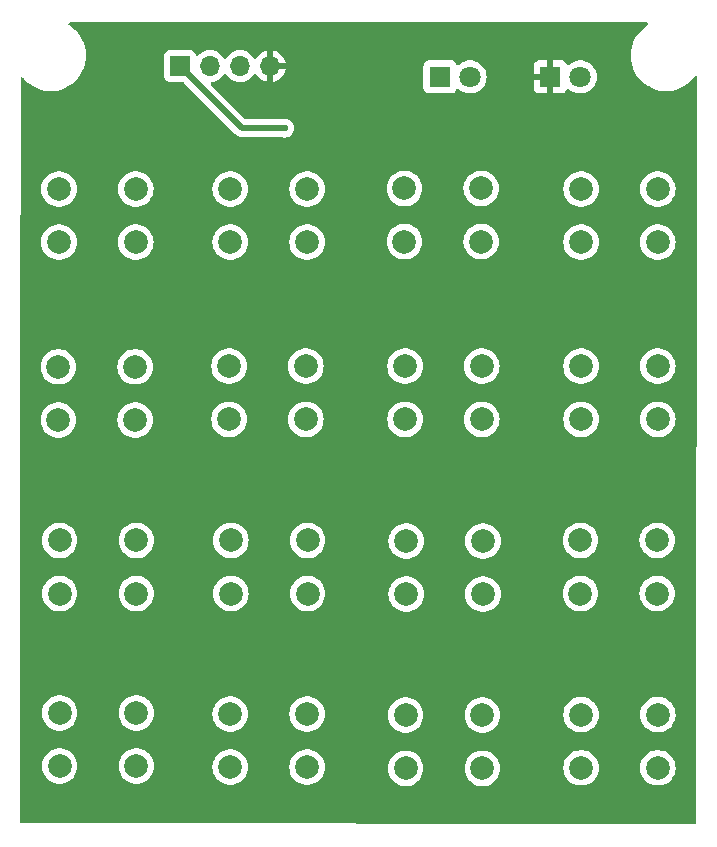
<source format=gbr>
%TF.GenerationSoftware,KiCad,Pcbnew,8.0.6*%
%TF.CreationDate,2024-10-18T13:29:46-03:00*%
%TF.ProjectId,analog-keypad-16-keys,616e616c-6f67-42d6-9b65-797061642d31,rev?*%
%TF.SameCoordinates,Original*%
%TF.FileFunction,Copper,L2,Bot*%
%TF.FilePolarity,Positive*%
%FSLAX46Y46*%
G04 Gerber Fmt 4.6, Leading zero omitted, Abs format (unit mm)*
G04 Created by KiCad (PCBNEW 8.0.6) date 2024-10-18 13:29:46*
%MOMM*%
%LPD*%
G01*
G04 APERTURE LIST*
%TA.AperFunction,ComponentPad*%
%ADD10C,2.000000*%
%TD*%
%TA.AperFunction,ComponentPad*%
%ADD11R,1.700000X1.700000*%
%TD*%
%TA.AperFunction,ComponentPad*%
%ADD12O,1.700000X1.700000*%
%TD*%
%TA.AperFunction,ComponentPad*%
%ADD13R,1.800000X1.800000*%
%TD*%
%TA.AperFunction,ComponentPad*%
%ADD14C,1.800000*%
%TD*%
%TA.AperFunction,ViaPad*%
%ADD15C,0.600000*%
%TD*%
%TA.AperFunction,Conductor*%
%ADD16C,0.500000*%
%TD*%
G04 APERTURE END LIST*
D10*
%TO.P,SW1,1,1*%
%TO.N,Net-(R1-Pad2)*%
X98800000Y-49600000D03*
X105300000Y-49600000D03*
%TO.P,SW1,2,2*%
%TO.N,Signal*%
X98800000Y-54100000D03*
X105300000Y-54100000D03*
%TD*%
%TO.P,SW11,1,1*%
%TO.N,Net-(R10-Pad2)*%
X128200000Y-79400000D03*
X134700000Y-79400000D03*
%TO.P,SW11,2,2*%
%TO.N,Signal*%
X128200000Y-83900000D03*
X134700000Y-83900000D03*
%TD*%
D11*
%TO.P,J1,1,Pin_1*%
%TO.N,VCC*%
X109060000Y-39200000D03*
D12*
%TO.P,J1,2,Pin_2*%
%TO.N,Signal*%
X111600000Y-39200000D03*
%TO.P,J1,3,Pin_3*%
%TO.N,LEDs*%
X114140000Y-39200000D03*
%TO.P,J1,4,Pin_4*%
%TO.N,GND*%
X116680000Y-39200000D03*
%TD*%
D10*
%TO.P,SW4,1,1*%
%TO.N,Net-(R4-Pad2)*%
X98850000Y-93950000D03*
X105350000Y-93950000D03*
%TO.P,SW4,2,2*%
%TO.N,Signal*%
X98850000Y-98450000D03*
X105350000Y-98450000D03*
%TD*%
%TO.P,SW15,1,1*%
%TO.N,Net-(R14-Pad2)*%
X142950000Y-79350000D03*
X149450000Y-79350000D03*
%TO.P,SW15,2,2*%
%TO.N,Signal*%
X142950000Y-83850000D03*
X149450000Y-83850000D03*
%TD*%
D13*
%TO.P,D2,1,K*%
%TO.N,GND*%
X140400000Y-40100000D03*
D14*
%TO.P,D2,2,A*%
%TO.N,Net-(D2-A)*%
X142940000Y-40100000D03*
%TD*%
D10*
%TO.P,SW7,1,1*%
%TO.N,Net-(R6-Pad2)*%
X113350000Y-79350000D03*
X119850000Y-79350000D03*
%TO.P,SW7,2,2*%
%TO.N,Signal*%
X113350000Y-83850000D03*
X119850000Y-83850000D03*
%TD*%
%TO.P,SW13,1,1*%
%TO.N,Net-(R16-Pad2)*%
X143000000Y-49600000D03*
X149500000Y-49600000D03*
%TO.P,SW13,2,2*%
%TO.N,Signal*%
X143000000Y-54100000D03*
X149500000Y-54100000D03*
%TD*%
%TO.P,SW12,1,1*%
%TO.N,Net-(R11-Pad2)*%
X128150000Y-94150000D03*
X134650000Y-94150000D03*
%TO.P,SW12,2,2*%
%TO.N,Signal*%
X128150000Y-98650000D03*
X134650000Y-98650000D03*
%TD*%
%TO.P,SW3,1,1*%
%TO.N,Net-(R3-Pad2)*%
X98850000Y-79350000D03*
X105350000Y-79350000D03*
%TO.P,SW3,2,2*%
%TO.N,Signal*%
X98850000Y-83850000D03*
X105350000Y-83850000D03*
%TD*%
%TO.P,SW10,1,1*%
%TO.N,Net-(R9-Pad2)*%
X128100000Y-64600000D03*
X134600000Y-64600000D03*
%TO.P,SW10,2,2*%
%TO.N,Signal*%
X128100000Y-69100000D03*
X134600000Y-69100000D03*
%TD*%
%TO.P,SW6,1,1*%
%TO.N,Net-(R5-Pad2)*%
X113200000Y-64600000D03*
X119700000Y-64600000D03*
%TO.P,SW6,2,2*%
%TO.N,Signal*%
X113200000Y-69100000D03*
X119700000Y-69100000D03*
%TD*%
%TO.P,SW2,1,1*%
%TO.N,Net-(R2-Pad2)*%
X98750000Y-64650000D03*
X105250000Y-64650000D03*
%TO.P,SW2,2,2*%
%TO.N,Signal*%
X98750000Y-69150000D03*
X105250000Y-69150000D03*
%TD*%
%TO.P,SW9,1,1*%
%TO.N,Net-(R12-Pad2)*%
X128050000Y-49550000D03*
X134550000Y-49550000D03*
%TO.P,SW9,2,2*%
%TO.N,Signal*%
X128050000Y-54050000D03*
X134550000Y-54050000D03*
%TD*%
%TO.P,SW16,1,1*%
%TO.N,Net-(R15-Pad2)*%
X143000000Y-94100000D03*
X149500000Y-94100000D03*
%TO.P,SW16,2,2*%
%TO.N,Signal*%
X143000000Y-98600000D03*
X149500000Y-98600000D03*
%TD*%
%TO.P,SW14,1,1*%
%TO.N,Net-(R13-Pad2)*%
X143000000Y-64600000D03*
X149500000Y-64600000D03*
%TO.P,SW14,2,2*%
%TO.N,Signal*%
X143000000Y-69100000D03*
X149500000Y-69100000D03*
%TD*%
%TO.P,SW5,1,1*%
%TO.N,Net-(R8-Pad2)*%
X113300000Y-49600000D03*
X119800000Y-49600000D03*
%TO.P,SW5,2,2*%
%TO.N,Signal*%
X113300000Y-54100000D03*
X119800000Y-54100000D03*
%TD*%
D13*
%TO.P,D1,1,K*%
%TO.N,Net-(D1-K)*%
X131060000Y-40100000D03*
D14*
%TO.P,D1,2,A*%
%TO.N,VCC*%
X133600000Y-40100000D03*
%TD*%
D10*
%TO.P,SW8,1,1*%
%TO.N,Net-(R7-Pad2)*%
X113300000Y-94050000D03*
X119800000Y-94050000D03*
%TO.P,SW8,2,2*%
%TO.N,Signal*%
X113300000Y-98550000D03*
X119800000Y-98550000D03*
%TD*%
D15*
%TO.N,VCC*%
X117900000Y-44450000D03*
%TO.N,GND*%
X115300000Y-42700000D03*
%TD*%
D16*
%TO.N,VCC*%
X114310000Y-44450000D02*
X109060000Y-39200000D01*
X117900000Y-44450000D02*
X114310000Y-44450000D01*
%TD*%
%TA.AperFunction,Conductor*%
%TO.N,GND*%
G36*
X148649713Y-35519685D02*
G01*
X148695468Y-35572489D01*
X148705412Y-35641647D01*
X148676387Y-35705203D01*
X148650813Y-35727600D01*
X148405194Y-35889146D01*
X148405186Y-35889152D01*
X148137442Y-36113817D01*
X148137440Y-36113819D01*
X147897589Y-36368044D01*
X147897584Y-36368050D01*
X147688870Y-36648402D01*
X147514113Y-36951091D01*
X147514107Y-36951104D01*
X147375674Y-37272027D01*
X147275430Y-37606865D01*
X147275428Y-37606872D01*
X147214739Y-37951061D01*
X147214738Y-37951072D01*
X147194415Y-38299996D01*
X147194415Y-38300003D01*
X147214738Y-38648927D01*
X147214739Y-38648938D01*
X147275428Y-38993127D01*
X147275430Y-38993134D01*
X147375674Y-39327972D01*
X147514107Y-39648895D01*
X147514113Y-39648908D01*
X147688870Y-39951597D01*
X147897584Y-40231949D01*
X147897589Y-40231955D01*
X147961315Y-40299500D01*
X148137442Y-40486183D01*
X148299981Y-40622569D01*
X148405186Y-40710847D01*
X148405194Y-40710853D01*
X148697203Y-40902911D01*
X148724133Y-40916436D01*
X149009549Y-41059777D01*
X149337989Y-41179319D01*
X149678086Y-41259923D01*
X150025241Y-41300500D01*
X150025248Y-41300500D01*
X150374752Y-41300500D01*
X150374759Y-41300500D01*
X150721914Y-41259923D01*
X151062011Y-41179319D01*
X151390451Y-41059777D01*
X151702793Y-40902913D01*
X151994811Y-40710849D01*
X152262558Y-40486183D01*
X152502412Y-40231953D01*
X152619685Y-40074426D01*
X152675506Y-40032409D01*
X152745184Y-40027240D01*
X152806596Y-40060563D01*
X152840243Y-40121797D01*
X152843147Y-40148659D01*
X152750182Y-103226074D01*
X152730399Y-103293084D01*
X152677527Y-103338761D01*
X152626074Y-103349891D01*
X95623983Y-103300108D01*
X95556960Y-103280365D01*
X95511252Y-103227521D01*
X95500091Y-103176017D01*
X95503576Y-98449994D01*
X97344357Y-98449994D01*
X97344357Y-98450005D01*
X97364890Y-98697812D01*
X97364892Y-98697824D01*
X97425936Y-98938881D01*
X97525826Y-99166606D01*
X97661833Y-99374782D01*
X97661836Y-99374785D01*
X97830256Y-99557738D01*
X98026491Y-99710474D01*
X98245190Y-99828828D01*
X98480386Y-99909571D01*
X98725665Y-99950500D01*
X98974335Y-99950500D01*
X99219614Y-99909571D01*
X99454810Y-99828828D01*
X99673509Y-99710474D01*
X99869744Y-99557738D01*
X100038164Y-99374785D01*
X100174173Y-99166607D01*
X100274063Y-98938881D01*
X100335108Y-98697821D01*
X100339071Y-98649994D01*
X100355643Y-98450005D01*
X100355643Y-98449994D01*
X103844357Y-98449994D01*
X103844357Y-98450005D01*
X103864890Y-98697812D01*
X103864892Y-98697824D01*
X103925936Y-98938881D01*
X104025826Y-99166606D01*
X104161833Y-99374782D01*
X104161836Y-99374785D01*
X104330256Y-99557738D01*
X104526491Y-99710474D01*
X104745190Y-99828828D01*
X104980386Y-99909571D01*
X105225665Y-99950500D01*
X105474335Y-99950500D01*
X105719614Y-99909571D01*
X105954810Y-99828828D01*
X106173509Y-99710474D01*
X106369744Y-99557738D01*
X106538164Y-99374785D01*
X106674173Y-99166607D01*
X106774063Y-98938881D01*
X106835108Y-98697821D01*
X106839071Y-98649994D01*
X106847357Y-98549994D01*
X111794357Y-98549994D01*
X111794357Y-98550005D01*
X111814890Y-98797812D01*
X111814892Y-98797824D01*
X111875936Y-99038881D01*
X111975826Y-99266606D01*
X112111833Y-99474782D01*
X112111836Y-99474785D01*
X112280256Y-99657738D01*
X112476491Y-99810474D01*
X112695190Y-99928828D01*
X112930386Y-100009571D01*
X113175665Y-100050500D01*
X113424335Y-100050500D01*
X113669614Y-100009571D01*
X113904810Y-99928828D01*
X114123509Y-99810474D01*
X114319744Y-99657738D01*
X114488164Y-99474785D01*
X114624173Y-99266607D01*
X114724063Y-99038881D01*
X114785108Y-98797821D01*
X114793394Y-98697824D01*
X114805643Y-98550005D01*
X114805643Y-98549994D01*
X118294357Y-98549994D01*
X118294357Y-98550005D01*
X118314890Y-98797812D01*
X118314892Y-98797824D01*
X118375936Y-99038881D01*
X118475826Y-99266606D01*
X118611833Y-99474782D01*
X118611836Y-99474785D01*
X118780256Y-99657738D01*
X118976491Y-99810474D01*
X119195190Y-99928828D01*
X119430386Y-100009571D01*
X119675665Y-100050500D01*
X119924335Y-100050500D01*
X120169614Y-100009571D01*
X120404810Y-99928828D01*
X120623509Y-99810474D01*
X120819744Y-99657738D01*
X120988164Y-99474785D01*
X121124173Y-99266607D01*
X121224063Y-99038881D01*
X121285108Y-98797821D01*
X121293394Y-98697824D01*
X121297357Y-98649994D01*
X126644357Y-98649994D01*
X126644357Y-98650005D01*
X126664890Y-98897812D01*
X126664892Y-98897824D01*
X126725936Y-99138881D01*
X126825826Y-99366606D01*
X126961833Y-99574782D01*
X126961836Y-99574785D01*
X127130256Y-99757738D01*
X127326491Y-99910474D01*
X127545190Y-100028828D01*
X127780386Y-100109571D01*
X128025665Y-100150500D01*
X128274335Y-100150500D01*
X128519614Y-100109571D01*
X128754810Y-100028828D01*
X128973509Y-99910474D01*
X129169744Y-99757738D01*
X129338164Y-99574785D01*
X129474173Y-99366607D01*
X129574063Y-99138881D01*
X129635108Y-98897821D01*
X129643394Y-98797824D01*
X129655643Y-98650005D01*
X129655643Y-98649994D01*
X133144357Y-98649994D01*
X133144357Y-98650005D01*
X133164890Y-98897812D01*
X133164892Y-98897824D01*
X133225936Y-99138881D01*
X133325826Y-99366606D01*
X133461833Y-99574782D01*
X133461836Y-99574785D01*
X133630256Y-99757738D01*
X133826491Y-99910474D01*
X134045190Y-100028828D01*
X134280386Y-100109571D01*
X134525665Y-100150500D01*
X134774335Y-100150500D01*
X135019614Y-100109571D01*
X135254810Y-100028828D01*
X135473509Y-99910474D01*
X135669744Y-99757738D01*
X135838164Y-99574785D01*
X135974173Y-99366607D01*
X136074063Y-99138881D01*
X136135108Y-98897821D01*
X136143394Y-98797824D01*
X136155643Y-98650005D01*
X136155643Y-98649994D01*
X136151500Y-98599994D01*
X141494357Y-98599994D01*
X141494357Y-98600005D01*
X141514890Y-98847812D01*
X141514892Y-98847824D01*
X141575936Y-99088881D01*
X141675826Y-99316606D01*
X141811833Y-99524782D01*
X141811836Y-99524785D01*
X141980256Y-99707738D01*
X142176491Y-99860474D01*
X142395190Y-99978828D01*
X142630386Y-100059571D01*
X142875665Y-100100500D01*
X143124335Y-100100500D01*
X143369614Y-100059571D01*
X143604810Y-99978828D01*
X143823509Y-99860474D01*
X144019744Y-99707738D01*
X144188164Y-99524785D01*
X144324173Y-99316607D01*
X144424063Y-99088881D01*
X144485108Y-98847821D01*
X144497537Y-98697824D01*
X144505643Y-98600005D01*
X144505643Y-98599994D01*
X147994357Y-98599994D01*
X147994357Y-98600005D01*
X148014890Y-98847812D01*
X148014892Y-98847824D01*
X148075936Y-99088881D01*
X148175826Y-99316606D01*
X148311833Y-99524782D01*
X148311836Y-99524785D01*
X148480256Y-99707738D01*
X148676491Y-99860474D01*
X148895190Y-99978828D01*
X149130386Y-100059571D01*
X149375665Y-100100500D01*
X149624335Y-100100500D01*
X149869614Y-100059571D01*
X150104810Y-99978828D01*
X150323509Y-99860474D01*
X150519744Y-99707738D01*
X150688164Y-99524785D01*
X150824173Y-99316607D01*
X150924063Y-99088881D01*
X150985108Y-98847821D01*
X150997537Y-98697824D01*
X151005643Y-98600005D01*
X151005643Y-98599994D01*
X150985109Y-98352187D01*
X150985107Y-98352175D01*
X150924063Y-98111118D01*
X150824173Y-97883393D01*
X150688166Y-97675217D01*
X150666557Y-97651744D01*
X150519744Y-97492262D01*
X150323509Y-97339526D01*
X150323507Y-97339525D01*
X150323506Y-97339524D01*
X150104811Y-97221172D01*
X150104802Y-97221169D01*
X149869616Y-97140429D01*
X149624335Y-97099500D01*
X149375665Y-97099500D01*
X149130383Y-97140429D01*
X148895197Y-97221169D01*
X148895188Y-97221172D01*
X148676493Y-97339524D01*
X148480257Y-97492261D01*
X148311833Y-97675217D01*
X148175826Y-97883393D01*
X148075936Y-98111118D01*
X148014892Y-98352175D01*
X148014890Y-98352187D01*
X147994357Y-98599994D01*
X144505643Y-98599994D01*
X144485109Y-98352187D01*
X144485107Y-98352175D01*
X144424063Y-98111118D01*
X144324173Y-97883393D01*
X144188166Y-97675217D01*
X144166557Y-97651744D01*
X144019744Y-97492262D01*
X143823509Y-97339526D01*
X143823507Y-97339525D01*
X143823506Y-97339524D01*
X143604811Y-97221172D01*
X143604802Y-97221169D01*
X143369616Y-97140429D01*
X143124335Y-97099500D01*
X142875665Y-97099500D01*
X142630383Y-97140429D01*
X142395197Y-97221169D01*
X142395188Y-97221172D01*
X142176493Y-97339524D01*
X141980257Y-97492261D01*
X141811833Y-97675217D01*
X141675826Y-97883393D01*
X141575936Y-98111118D01*
X141514892Y-98352175D01*
X141514890Y-98352187D01*
X141494357Y-98599994D01*
X136151500Y-98599994D01*
X136135109Y-98402187D01*
X136135107Y-98402175D01*
X136074063Y-98161118D01*
X135974173Y-97933393D01*
X135838166Y-97725217D01*
X135816557Y-97701744D01*
X135669744Y-97542262D01*
X135473509Y-97389526D01*
X135473507Y-97389525D01*
X135473506Y-97389524D01*
X135254811Y-97271172D01*
X135254802Y-97271169D01*
X135019616Y-97190429D01*
X134774335Y-97149500D01*
X134525665Y-97149500D01*
X134280383Y-97190429D01*
X134045197Y-97271169D01*
X134045188Y-97271172D01*
X133826493Y-97389524D01*
X133630257Y-97542261D01*
X133461833Y-97725217D01*
X133325826Y-97933393D01*
X133225936Y-98161118D01*
X133164892Y-98402175D01*
X133164890Y-98402187D01*
X133144357Y-98649994D01*
X129655643Y-98649994D01*
X129635109Y-98402187D01*
X129635107Y-98402175D01*
X129574063Y-98161118D01*
X129474173Y-97933393D01*
X129338166Y-97725217D01*
X129316557Y-97701744D01*
X129169744Y-97542262D01*
X128973509Y-97389526D01*
X128973507Y-97389525D01*
X128973506Y-97389524D01*
X128754811Y-97271172D01*
X128754802Y-97271169D01*
X128519616Y-97190429D01*
X128274335Y-97149500D01*
X128025665Y-97149500D01*
X127780383Y-97190429D01*
X127545197Y-97271169D01*
X127545188Y-97271172D01*
X127326493Y-97389524D01*
X127130257Y-97542261D01*
X126961833Y-97725217D01*
X126825826Y-97933393D01*
X126725936Y-98161118D01*
X126664892Y-98402175D01*
X126664890Y-98402187D01*
X126644357Y-98649994D01*
X121297357Y-98649994D01*
X121305643Y-98550005D01*
X121305643Y-98549994D01*
X121285109Y-98302187D01*
X121285107Y-98302175D01*
X121224063Y-98061118D01*
X121124173Y-97833393D01*
X120988166Y-97625217D01*
X120911800Y-97542262D01*
X120819744Y-97442262D01*
X120623509Y-97289526D01*
X120623507Y-97289525D01*
X120623506Y-97289524D01*
X120404811Y-97171172D01*
X120404802Y-97171169D01*
X120169616Y-97090429D01*
X119924335Y-97049500D01*
X119675665Y-97049500D01*
X119430383Y-97090429D01*
X119195197Y-97171169D01*
X119195188Y-97171172D01*
X118976493Y-97289524D01*
X118780257Y-97442261D01*
X118611833Y-97625217D01*
X118475826Y-97833393D01*
X118375936Y-98061118D01*
X118314892Y-98302175D01*
X118314890Y-98302187D01*
X118294357Y-98549994D01*
X114805643Y-98549994D01*
X114785109Y-98302187D01*
X114785107Y-98302175D01*
X114724063Y-98061118D01*
X114624173Y-97833393D01*
X114488166Y-97625217D01*
X114411800Y-97542262D01*
X114319744Y-97442262D01*
X114123509Y-97289526D01*
X114123507Y-97289525D01*
X114123506Y-97289524D01*
X113904811Y-97171172D01*
X113904802Y-97171169D01*
X113669616Y-97090429D01*
X113424335Y-97049500D01*
X113175665Y-97049500D01*
X112930383Y-97090429D01*
X112695197Y-97171169D01*
X112695188Y-97171172D01*
X112476493Y-97289524D01*
X112280257Y-97442261D01*
X112111833Y-97625217D01*
X111975826Y-97833393D01*
X111875936Y-98061118D01*
X111814892Y-98302175D01*
X111814890Y-98302187D01*
X111794357Y-98549994D01*
X106847357Y-98549994D01*
X106855643Y-98450005D01*
X106855643Y-98449994D01*
X106835109Y-98202187D01*
X106835107Y-98202175D01*
X106774063Y-97961118D01*
X106674173Y-97733393D01*
X106538166Y-97525217D01*
X106461800Y-97442262D01*
X106369744Y-97342262D01*
X106173509Y-97189526D01*
X106173507Y-97189525D01*
X106173506Y-97189524D01*
X105954811Y-97071172D01*
X105954802Y-97071169D01*
X105719616Y-96990429D01*
X105474335Y-96949500D01*
X105225665Y-96949500D01*
X104980383Y-96990429D01*
X104745197Y-97071169D01*
X104745188Y-97071172D01*
X104526493Y-97189524D01*
X104330257Y-97342261D01*
X104161833Y-97525217D01*
X104025826Y-97733393D01*
X103925936Y-97961118D01*
X103864892Y-98202175D01*
X103864890Y-98202187D01*
X103844357Y-98449994D01*
X100355643Y-98449994D01*
X100335109Y-98202187D01*
X100335107Y-98202175D01*
X100274063Y-97961118D01*
X100174173Y-97733393D01*
X100038166Y-97525217D01*
X99961800Y-97442262D01*
X99869744Y-97342262D01*
X99673509Y-97189526D01*
X99673507Y-97189525D01*
X99673506Y-97189524D01*
X99454811Y-97071172D01*
X99454802Y-97071169D01*
X99219616Y-96990429D01*
X98974335Y-96949500D01*
X98725665Y-96949500D01*
X98480383Y-96990429D01*
X98245197Y-97071169D01*
X98245188Y-97071172D01*
X98026493Y-97189524D01*
X97830257Y-97342261D01*
X97661833Y-97525217D01*
X97525826Y-97733393D01*
X97425936Y-97961118D01*
X97364892Y-98202175D01*
X97364890Y-98202187D01*
X97344357Y-98449994D01*
X95503576Y-98449994D01*
X95506895Y-93949994D01*
X97344357Y-93949994D01*
X97344357Y-93950005D01*
X97364890Y-94197812D01*
X97364892Y-94197824D01*
X97425936Y-94438881D01*
X97525826Y-94666606D01*
X97661833Y-94874782D01*
X97661836Y-94874785D01*
X97830256Y-95057738D01*
X98026491Y-95210474D01*
X98245190Y-95328828D01*
X98480386Y-95409571D01*
X98725665Y-95450500D01*
X98974335Y-95450500D01*
X99219614Y-95409571D01*
X99454810Y-95328828D01*
X99673509Y-95210474D01*
X99869744Y-95057738D01*
X100038164Y-94874785D01*
X100174173Y-94666607D01*
X100274063Y-94438881D01*
X100335108Y-94197821D01*
X100339071Y-94149994D01*
X100355643Y-93950005D01*
X100355643Y-93949994D01*
X103844357Y-93949994D01*
X103844357Y-93950005D01*
X103864890Y-94197812D01*
X103864892Y-94197824D01*
X103925936Y-94438881D01*
X104025826Y-94666606D01*
X104161833Y-94874782D01*
X104161836Y-94874785D01*
X104330256Y-95057738D01*
X104526491Y-95210474D01*
X104745190Y-95328828D01*
X104980386Y-95409571D01*
X105225665Y-95450500D01*
X105474335Y-95450500D01*
X105719614Y-95409571D01*
X105954810Y-95328828D01*
X106173509Y-95210474D01*
X106369744Y-95057738D01*
X106538164Y-94874785D01*
X106674173Y-94666607D01*
X106774063Y-94438881D01*
X106835108Y-94197821D01*
X106839071Y-94149994D01*
X106847357Y-94049994D01*
X111794357Y-94049994D01*
X111794357Y-94050005D01*
X111814890Y-94297812D01*
X111814892Y-94297824D01*
X111875936Y-94538881D01*
X111975826Y-94766606D01*
X112111833Y-94974782D01*
X112111836Y-94974785D01*
X112280256Y-95157738D01*
X112476491Y-95310474D01*
X112695190Y-95428828D01*
X112930386Y-95509571D01*
X113175665Y-95550500D01*
X113424335Y-95550500D01*
X113669614Y-95509571D01*
X113904810Y-95428828D01*
X114123509Y-95310474D01*
X114319744Y-95157738D01*
X114488164Y-94974785D01*
X114624173Y-94766607D01*
X114724063Y-94538881D01*
X114785108Y-94297821D01*
X114793394Y-94197824D01*
X114805643Y-94050005D01*
X114805643Y-94049994D01*
X118294357Y-94049994D01*
X118294357Y-94050005D01*
X118314890Y-94297812D01*
X118314892Y-94297824D01*
X118375936Y-94538881D01*
X118475826Y-94766606D01*
X118611833Y-94974782D01*
X118611836Y-94974785D01*
X118780256Y-95157738D01*
X118976491Y-95310474D01*
X119195190Y-95428828D01*
X119430386Y-95509571D01*
X119675665Y-95550500D01*
X119924335Y-95550500D01*
X120169614Y-95509571D01*
X120404810Y-95428828D01*
X120623509Y-95310474D01*
X120819744Y-95157738D01*
X120988164Y-94974785D01*
X121124173Y-94766607D01*
X121224063Y-94538881D01*
X121285108Y-94297821D01*
X121293394Y-94197824D01*
X121297357Y-94149994D01*
X126644357Y-94149994D01*
X126644357Y-94150005D01*
X126664890Y-94397812D01*
X126664892Y-94397824D01*
X126725936Y-94638881D01*
X126825826Y-94866606D01*
X126961833Y-95074782D01*
X126961836Y-95074785D01*
X127130256Y-95257738D01*
X127326491Y-95410474D01*
X127545190Y-95528828D01*
X127780386Y-95609571D01*
X128025665Y-95650500D01*
X128274335Y-95650500D01*
X128519614Y-95609571D01*
X128754810Y-95528828D01*
X128973509Y-95410474D01*
X129169744Y-95257738D01*
X129338164Y-95074785D01*
X129474173Y-94866607D01*
X129574063Y-94638881D01*
X129635108Y-94397821D01*
X129643394Y-94297824D01*
X129655643Y-94150005D01*
X129655643Y-94149994D01*
X133144357Y-94149994D01*
X133144357Y-94150005D01*
X133164890Y-94397812D01*
X133164892Y-94397824D01*
X133225936Y-94638881D01*
X133325826Y-94866606D01*
X133461833Y-95074782D01*
X133461836Y-95074785D01*
X133630256Y-95257738D01*
X133826491Y-95410474D01*
X134045190Y-95528828D01*
X134280386Y-95609571D01*
X134525665Y-95650500D01*
X134774335Y-95650500D01*
X135019614Y-95609571D01*
X135254810Y-95528828D01*
X135473509Y-95410474D01*
X135669744Y-95257738D01*
X135838164Y-95074785D01*
X135974173Y-94866607D01*
X136074063Y-94638881D01*
X136135108Y-94397821D01*
X136143394Y-94297824D01*
X136155643Y-94150005D01*
X136155643Y-94149994D01*
X136151500Y-94099994D01*
X141494357Y-94099994D01*
X141494357Y-94100005D01*
X141514890Y-94347812D01*
X141514892Y-94347824D01*
X141575936Y-94588881D01*
X141675826Y-94816606D01*
X141811833Y-95024782D01*
X141811836Y-95024785D01*
X141980256Y-95207738D01*
X142176491Y-95360474D01*
X142395190Y-95478828D01*
X142630386Y-95559571D01*
X142875665Y-95600500D01*
X143124335Y-95600500D01*
X143369614Y-95559571D01*
X143604810Y-95478828D01*
X143823509Y-95360474D01*
X144019744Y-95207738D01*
X144188164Y-95024785D01*
X144324173Y-94816607D01*
X144424063Y-94588881D01*
X144485108Y-94347821D01*
X144497537Y-94197824D01*
X144505643Y-94100005D01*
X144505643Y-94099994D01*
X147994357Y-94099994D01*
X147994357Y-94100005D01*
X148014890Y-94347812D01*
X148014892Y-94347824D01*
X148075936Y-94588881D01*
X148175826Y-94816606D01*
X148311833Y-95024782D01*
X148311836Y-95024785D01*
X148480256Y-95207738D01*
X148676491Y-95360474D01*
X148895190Y-95478828D01*
X149130386Y-95559571D01*
X149375665Y-95600500D01*
X149624335Y-95600500D01*
X149869614Y-95559571D01*
X150104810Y-95478828D01*
X150323509Y-95360474D01*
X150519744Y-95207738D01*
X150688164Y-95024785D01*
X150824173Y-94816607D01*
X150924063Y-94588881D01*
X150985108Y-94347821D01*
X150997537Y-94197824D01*
X151005643Y-94100005D01*
X151005643Y-94099994D01*
X150985109Y-93852187D01*
X150985107Y-93852175D01*
X150924063Y-93611118D01*
X150824173Y-93383393D01*
X150688166Y-93175217D01*
X150666557Y-93151744D01*
X150519744Y-92992262D01*
X150323509Y-92839526D01*
X150323507Y-92839525D01*
X150323506Y-92839524D01*
X150104811Y-92721172D01*
X150104802Y-92721169D01*
X149869616Y-92640429D01*
X149624335Y-92599500D01*
X149375665Y-92599500D01*
X149130383Y-92640429D01*
X148895197Y-92721169D01*
X148895188Y-92721172D01*
X148676493Y-92839524D01*
X148480257Y-92992261D01*
X148311833Y-93175217D01*
X148175826Y-93383393D01*
X148075936Y-93611118D01*
X148014892Y-93852175D01*
X148014890Y-93852187D01*
X147994357Y-94099994D01*
X144505643Y-94099994D01*
X144485109Y-93852187D01*
X144485107Y-93852175D01*
X144424063Y-93611118D01*
X144324173Y-93383393D01*
X144188166Y-93175217D01*
X144166557Y-93151744D01*
X144019744Y-92992262D01*
X143823509Y-92839526D01*
X143823507Y-92839525D01*
X143823506Y-92839524D01*
X143604811Y-92721172D01*
X143604802Y-92721169D01*
X143369616Y-92640429D01*
X143124335Y-92599500D01*
X142875665Y-92599500D01*
X142630383Y-92640429D01*
X142395197Y-92721169D01*
X142395188Y-92721172D01*
X142176493Y-92839524D01*
X141980257Y-92992261D01*
X141811833Y-93175217D01*
X141675826Y-93383393D01*
X141575936Y-93611118D01*
X141514892Y-93852175D01*
X141514890Y-93852187D01*
X141494357Y-94099994D01*
X136151500Y-94099994D01*
X136135109Y-93902187D01*
X136135107Y-93902175D01*
X136074063Y-93661118D01*
X135974173Y-93433393D01*
X135838166Y-93225217D01*
X135816557Y-93201744D01*
X135669744Y-93042262D01*
X135473509Y-92889526D01*
X135473507Y-92889525D01*
X135473506Y-92889524D01*
X135254811Y-92771172D01*
X135254802Y-92771169D01*
X135019616Y-92690429D01*
X134774335Y-92649500D01*
X134525665Y-92649500D01*
X134280383Y-92690429D01*
X134045197Y-92771169D01*
X134045188Y-92771172D01*
X133826493Y-92889524D01*
X133630257Y-93042261D01*
X133461833Y-93225217D01*
X133325826Y-93433393D01*
X133225936Y-93661118D01*
X133164892Y-93902175D01*
X133164890Y-93902187D01*
X133144357Y-94149994D01*
X129655643Y-94149994D01*
X129635109Y-93902187D01*
X129635107Y-93902175D01*
X129574063Y-93661118D01*
X129474173Y-93433393D01*
X129338166Y-93225217D01*
X129316557Y-93201744D01*
X129169744Y-93042262D01*
X128973509Y-92889526D01*
X128973507Y-92889525D01*
X128973506Y-92889524D01*
X128754811Y-92771172D01*
X128754802Y-92771169D01*
X128519616Y-92690429D01*
X128274335Y-92649500D01*
X128025665Y-92649500D01*
X127780383Y-92690429D01*
X127545197Y-92771169D01*
X127545188Y-92771172D01*
X127326493Y-92889524D01*
X127130257Y-93042261D01*
X126961833Y-93225217D01*
X126825826Y-93433393D01*
X126725936Y-93661118D01*
X126664892Y-93902175D01*
X126664890Y-93902187D01*
X126644357Y-94149994D01*
X121297357Y-94149994D01*
X121305643Y-94050005D01*
X121305643Y-94049994D01*
X121285109Y-93802187D01*
X121285107Y-93802175D01*
X121224063Y-93561118D01*
X121124173Y-93333393D01*
X120988166Y-93125217D01*
X120911800Y-93042262D01*
X120819744Y-92942262D01*
X120623509Y-92789526D01*
X120623507Y-92789525D01*
X120623506Y-92789524D01*
X120404811Y-92671172D01*
X120404802Y-92671169D01*
X120169616Y-92590429D01*
X119924335Y-92549500D01*
X119675665Y-92549500D01*
X119430383Y-92590429D01*
X119195197Y-92671169D01*
X119195188Y-92671172D01*
X118976493Y-92789524D01*
X118780257Y-92942261D01*
X118611833Y-93125217D01*
X118475826Y-93333393D01*
X118375936Y-93561118D01*
X118314892Y-93802175D01*
X118314890Y-93802187D01*
X118294357Y-94049994D01*
X114805643Y-94049994D01*
X114785109Y-93802187D01*
X114785107Y-93802175D01*
X114724063Y-93561118D01*
X114624173Y-93333393D01*
X114488166Y-93125217D01*
X114411800Y-93042262D01*
X114319744Y-92942262D01*
X114123509Y-92789526D01*
X114123507Y-92789525D01*
X114123506Y-92789524D01*
X113904811Y-92671172D01*
X113904802Y-92671169D01*
X113669616Y-92590429D01*
X113424335Y-92549500D01*
X113175665Y-92549500D01*
X112930383Y-92590429D01*
X112695197Y-92671169D01*
X112695188Y-92671172D01*
X112476493Y-92789524D01*
X112280257Y-92942261D01*
X112111833Y-93125217D01*
X111975826Y-93333393D01*
X111875936Y-93561118D01*
X111814892Y-93802175D01*
X111814890Y-93802187D01*
X111794357Y-94049994D01*
X106847357Y-94049994D01*
X106855643Y-93950005D01*
X106855643Y-93949994D01*
X106835109Y-93702187D01*
X106835107Y-93702175D01*
X106774063Y-93461118D01*
X106674173Y-93233393D01*
X106538166Y-93025217D01*
X106461800Y-92942262D01*
X106369744Y-92842262D01*
X106173509Y-92689526D01*
X106173507Y-92689525D01*
X106173506Y-92689524D01*
X105954811Y-92571172D01*
X105954802Y-92571169D01*
X105719616Y-92490429D01*
X105474335Y-92449500D01*
X105225665Y-92449500D01*
X104980383Y-92490429D01*
X104745197Y-92571169D01*
X104745188Y-92571172D01*
X104526493Y-92689524D01*
X104330257Y-92842261D01*
X104161833Y-93025217D01*
X104025826Y-93233393D01*
X103925936Y-93461118D01*
X103864892Y-93702175D01*
X103864890Y-93702187D01*
X103844357Y-93949994D01*
X100355643Y-93949994D01*
X100335109Y-93702187D01*
X100335107Y-93702175D01*
X100274063Y-93461118D01*
X100174173Y-93233393D01*
X100038166Y-93025217D01*
X99961800Y-92942262D01*
X99869744Y-92842262D01*
X99673509Y-92689526D01*
X99673507Y-92689525D01*
X99673506Y-92689524D01*
X99454811Y-92571172D01*
X99454802Y-92571169D01*
X99219616Y-92490429D01*
X98974335Y-92449500D01*
X98725665Y-92449500D01*
X98480383Y-92490429D01*
X98245197Y-92571169D01*
X98245188Y-92571172D01*
X98026493Y-92689524D01*
X97830257Y-92842261D01*
X97661833Y-93025217D01*
X97525826Y-93233393D01*
X97425936Y-93461118D01*
X97364892Y-93702175D01*
X97364890Y-93702187D01*
X97344357Y-93949994D01*
X95506895Y-93949994D01*
X95514343Y-83849994D01*
X97344357Y-83849994D01*
X97344357Y-83850005D01*
X97364890Y-84097812D01*
X97364892Y-84097824D01*
X97425936Y-84338881D01*
X97525826Y-84566606D01*
X97661833Y-84774782D01*
X97661836Y-84774785D01*
X97830256Y-84957738D01*
X98026491Y-85110474D01*
X98245190Y-85228828D01*
X98480386Y-85309571D01*
X98725665Y-85350500D01*
X98974335Y-85350500D01*
X99219614Y-85309571D01*
X99454810Y-85228828D01*
X99673509Y-85110474D01*
X99869744Y-84957738D01*
X100038164Y-84774785D01*
X100174173Y-84566607D01*
X100274063Y-84338881D01*
X100335108Y-84097821D01*
X100335109Y-84097812D01*
X100355643Y-83850005D01*
X100355643Y-83849994D01*
X103844357Y-83849994D01*
X103844357Y-83850005D01*
X103864890Y-84097812D01*
X103864892Y-84097824D01*
X103925936Y-84338881D01*
X104025826Y-84566606D01*
X104161833Y-84774782D01*
X104161836Y-84774785D01*
X104330256Y-84957738D01*
X104526491Y-85110474D01*
X104745190Y-85228828D01*
X104980386Y-85309571D01*
X105225665Y-85350500D01*
X105474335Y-85350500D01*
X105719614Y-85309571D01*
X105954810Y-85228828D01*
X106173509Y-85110474D01*
X106369744Y-84957738D01*
X106538164Y-84774785D01*
X106674173Y-84566607D01*
X106774063Y-84338881D01*
X106835108Y-84097821D01*
X106835109Y-84097812D01*
X106855643Y-83850005D01*
X106855643Y-83849994D01*
X111844357Y-83849994D01*
X111844357Y-83850005D01*
X111864890Y-84097812D01*
X111864892Y-84097824D01*
X111925936Y-84338881D01*
X112025826Y-84566606D01*
X112161833Y-84774782D01*
X112161836Y-84774785D01*
X112330256Y-84957738D01*
X112526491Y-85110474D01*
X112745190Y-85228828D01*
X112980386Y-85309571D01*
X113225665Y-85350500D01*
X113474335Y-85350500D01*
X113719614Y-85309571D01*
X113954810Y-85228828D01*
X114173509Y-85110474D01*
X114369744Y-84957738D01*
X114538164Y-84774785D01*
X114674173Y-84566607D01*
X114774063Y-84338881D01*
X114835108Y-84097821D01*
X114835109Y-84097812D01*
X114855643Y-83850005D01*
X114855643Y-83849994D01*
X118344357Y-83849994D01*
X118344357Y-83850005D01*
X118364890Y-84097812D01*
X118364892Y-84097824D01*
X118425936Y-84338881D01*
X118525826Y-84566606D01*
X118661833Y-84774782D01*
X118661836Y-84774785D01*
X118830256Y-84957738D01*
X119026491Y-85110474D01*
X119245190Y-85228828D01*
X119480386Y-85309571D01*
X119725665Y-85350500D01*
X119974335Y-85350500D01*
X120219614Y-85309571D01*
X120454810Y-85228828D01*
X120673509Y-85110474D01*
X120869744Y-84957738D01*
X121038164Y-84774785D01*
X121174173Y-84566607D01*
X121274063Y-84338881D01*
X121335108Y-84097821D01*
X121335109Y-84097812D01*
X121351501Y-83899994D01*
X126694357Y-83899994D01*
X126694357Y-83900005D01*
X126714890Y-84147812D01*
X126714892Y-84147824D01*
X126775936Y-84388881D01*
X126875826Y-84616606D01*
X127011833Y-84824782D01*
X127011836Y-84824785D01*
X127180256Y-85007738D01*
X127376491Y-85160474D01*
X127595190Y-85278828D01*
X127830386Y-85359571D01*
X128075665Y-85400500D01*
X128324335Y-85400500D01*
X128569614Y-85359571D01*
X128804810Y-85278828D01*
X129023509Y-85160474D01*
X129219744Y-85007738D01*
X129388164Y-84824785D01*
X129524173Y-84616607D01*
X129624063Y-84388881D01*
X129685108Y-84147821D01*
X129705643Y-83900000D01*
X129705643Y-83899994D01*
X133194357Y-83899994D01*
X133194357Y-83900005D01*
X133214890Y-84147812D01*
X133214892Y-84147824D01*
X133275936Y-84388881D01*
X133375826Y-84616606D01*
X133511833Y-84824782D01*
X133511836Y-84824785D01*
X133680256Y-85007738D01*
X133876491Y-85160474D01*
X134095190Y-85278828D01*
X134330386Y-85359571D01*
X134575665Y-85400500D01*
X134824335Y-85400500D01*
X135069614Y-85359571D01*
X135304810Y-85278828D01*
X135523509Y-85160474D01*
X135719744Y-85007738D01*
X135888164Y-84824785D01*
X136024173Y-84616607D01*
X136124063Y-84388881D01*
X136185108Y-84147821D01*
X136205643Y-83900000D01*
X136201500Y-83850005D01*
X136201499Y-83849994D01*
X141444357Y-83849994D01*
X141444357Y-83850005D01*
X141464890Y-84097812D01*
X141464892Y-84097824D01*
X141525936Y-84338881D01*
X141625826Y-84566606D01*
X141761833Y-84774782D01*
X141761836Y-84774785D01*
X141930256Y-84957738D01*
X142126491Y-85110474D01*
X142345190Y-85228828D01*
X142580386Y-85309571D01*
X142825665Y-85350500D01*
X143074335Y-85350500D01*
X143319614Y-85309571D01*
X143554810Y-85228828D01*
X143773509Y-85110474D01*
X143969744Y-84957738D01*
X144138164Y-84774785D01*
X144274173Y-84566607D01*
X144374063Y-84338881D01*
X144435108Y-84097821D01*
X144435109Y-84097812D01*
X144455643Y-83850005D01*
X144455643Y-83849994D01*
X147944357Y-83849994D01*
X147944357Y-83850005D01*
X147964890Y-84097812D01*
X147964892Y-84097824D01*
X148025936Y-84338881D01*
X148125826Y-84566606D01*
X148261833Y-84774782D01*
X148261836Y-84774785D01*
X148430256Y-84957738D01*
X148626491Y-85110474D01*
X148845190Y-85228828D01*
X149080386Y-85309571D01*
X149325665Y-85350500D01*
X149574335Y-85350500D01*
X149819614Y-85309571D01*
X150054810Y-85228828D01*
X150273509Y-85110474D01*
X150469744Y-84957738D01*
X150638164Y-84774785D01*
X150774173Y-84566607D01*
X150874063Y-84338881D01*
X150935108Y-84097821D01*
X150935109Y-84097812D01*
X150955643Y-83850005D01*
X150955643Y-83849994D01*
X150935109Y-83602187D01*
X150935107Y-83602175D01*
X150874063Y-83361118D01*
X150774173Y-83133393D01*
X150638166Y-82925217D01*
X150616557Y-82901744D01*
X150469744Y-82742262D01*
X150273509Y-82589526D01*
X150273507Y-82589525D01*
X150273506Y-82589524D01*
X150054811Y-82471172D01*
X150054802Y-82471169D01*
X149819616Y-82390429D01*
X149574335Y-82349500D01*
X149325665Y-82349500D01*
X149080383Y-82390429D01*
X148845197Y-82471169D01*
X148845188Y-82471172D01*
X148626493Y-82589524D01*
X148430257Y-82742261D01*
X148261833Y-82925217D01*
X148125826Y-83133393D01*
X148025936Y-83361118D01*
X147964892Y-83602175D01*
X147964890Y-83602187D01*
X147944357Y-83849994D01*
X144455643Y-83849994D01*
X144435109Y-83602187D01*
X144435107Y-83602175D01*
X144374063Y-83361118D01*
X144274173Y-83133393D01*
X144138166Y-82925217D01*
X144116557Y-82901744D01*
X143969744Y-82742262D01*
X143773509Y-82589526D01*
X143773507Y-82589525D01*
X143773506Y-82589524D01*
X143554811Y-82471172D01*
X143554802Y-82471169D01*
X143319616Y-82390429D01*
X143074335Y-82349500D01*
X142825665Y-82349500D01*
X142580383Y-82390429D01*
X142345197Y-82471169D01*
X142345188Y-82471172D01*
X142126493Y-82589524D01*
X141930257Y-82742261D01*
X141761833Y-82925217D01*
X141625826Y-83133393D01*
X141525936Y-83361118D01*
X141464892Y-83602175D01*
X141464890Y-83602187D01*
X141444357Y-83849994D01*
X136201499Y-83849994D01*
X136185109Y-83652187D01*
X136185107Y-83652175D01*
X136124063Y-83411118D01*
X136024173Y-83183393D01*
X135888166Y-82975217D01*
X135866557Y-82951744D01*
X135719744Y-82792262D01*
X135523509Y-82639526D01*
X135523507Y-82639525D01*
X135523506Y-82639524D01*
X135304811Y-82521172D01*
X135304802Y-82521169D01*
X135069616Y-82440429D01*
X134824335Y-82399500D01*
X134575665Y-82399500D01*
X134330383Y-82440429D01*
X134095197Y-82521169D01*
X134095188Y-82521172D01*
X133876493Y-82639524D01*
X133680257Y-82792261D01*
X133511833Y-82975217D01*
X133375826Y-83183393D01*
X133275936Y-83411118D01*
X133214892Y-83652175D01*
X133214890Y-83652187D01*
X133194357Y-83899994D01*
X129705643Y-83899994D01*
X129701500Y-83850005D01*
X129685109Y-83652187D01*
X129685107Y-83652175D01*
X129624063Y-83411118D01*
X129524173Y-83183393D01*
X129388166Y-82975217D01*
X129366557Y-82951744D01*
X129219744Y-82792262D01*
X129023509Y-82639526D01*
X129023507Y-82639525D01*
X129023506Y-82639524D01*
X128804811Y-82521172D01*
X128804802Y-82521169D01*
X128569616Y-82440429D01*
X128324335Y-82399500D01*
X128075665Y-82399500D01*
X127830383Y-82440429D01*
X127595197Y-82521169D01*
X127595188Y-82521172D01*
X127376493Y-82639524D01*
X127180257Y-82792261D01*
X127011833Y-82975217D01*
X126875826Y-83183393D01*
X126775936Y-83411118D01*
X126714892Y-83652175D01*
X126714890Y-83652187D01*
X126694357Y-83899994D01*
X121351501Y-83899994D01*
X121355643Y-83850005D01*
X121355643Y-83849994D01*
X121335109Y-83602187D01*
X121335107Y-83602175D01*
X121274063Y-83361118D01*
X121174173Y-83133393D01*
X121038166Y-82925217D01*
X121016557Y-82901744D01*
X120869744Y-82742262D01*
X120673509Y-82589526D01*
X120673507Y-82589525D01*
X120673506Y-82589524D01*
X120454811Y-82471172D01*
X120454802Y-82471169D01*
X120219616Y-82390429D01*
X119974335Y-82349500D01*
X119725665Y-82349500D01*
X119480383Y-82390429D01*
X119245197Y-82471169D01*
X119245188Y-82471172D01*
X119026493Y-82589524D01*
X118830257Y-82742261D01*
X118661833Y-82925217D01*
X118525826Y-83133393D01*
X118425936Y-83361118D01*
X118364892Y-83602175D01*
X118364890Y-83602187D01*
X118344357Y-83849994D01*
X114855643Y-83849994D01*
X114835109Y-83602187D01*
X114835107Y-83602175D01*
X114774063Y-83361118D01*
X114674173Y-83133393D01*
X114538166Y-82925217D01*
X114516557Y-82901744D01*
X114369744Y-82742262D01*
X114173509Y-82589526D01*
X114173507Y-82589525D01*
X114173506Y-82589524D01*
X113954811Y-82471172D01*
X113954802Y-82471169D01*
X113719616Y-82390429D01*
X113474335Y-82349500D01*
X113225665Y-82349500D01*
X112980383Y-82390429D01*
X112745197Y-82471169D01*
X112745188Y-82471172D01*
X112526493Y-82589524D01*
X112330257Y-82742261D01*
X112161833Y-82925217D01*
X112025826Y-83133393D01*
X111925936Y-83361118D01*
X111864892Y-83602175D01*
X111864890Y-83602187D01*
X111844357Y-83849994D01*
X106855643Y-83849994D01*
X106835109Y-83602187D01*
X106835107Y-83602175D01*
X106774063Y-83361118D01*
X106674173Y-83133393D01*
X106538166Y-82925217D01*
X106516557Y-82901744D01*
X106369744Y-82742262D01*
X106173509Y-82589526D01*
X106173507Y-82589525D01*
X106173506Y-82589524D01*
X105954811Y-82471172D01*
X105954802Y-82471169D01*
X105719616Y-82390429D01*
X105474335Y-82349500D01*
X105225665Y-82349500D01*
X104980383Y-82390429D01*
X104745197Y-82471169D01*
X104745188Y-82471172D01*
X104526493Y-82589524D01*
X104330257Y-82742261D01*
X104161833Y-82925217D01*
X104025826Y-83133393D01*
X103925936Y-83361118D01*
X103864892Y-83602175D01*
X103864890Y-83602187D01*
X103844357Y-83849994D01*
X100355643Y-83849994D01*
X100335109Y-83602187D01*
X100335107Y-83602175D01*
X100274063Y-83361118D01*
X100174173Y-83133393D01*
X100038166Y-82925217D01*
X100016557Y-82901744D01*
X99869744Y-82742262D01*
X99673509Y-82589526D01*
X99673507Y-82589525D01*
X99673506Y-82589524D01*
X99454811Y-82471172D01*
X99454802Y-82471169D01*
X99219616Y-82390429D01*
X98974335Y-82349500D01*
X98725665Y-82349500D01*
X98480383Y-82390429D01*
X98245197Y-82471169D01*
X98245188Y-82471172D01*
X98026493Y-82589524D01*
X97830257Y-82742261D01*
X97661833Y-82925217D01*
X97525826Y-83133393D01*
X97425936Y-83361118D01*
X97364892Y-83602175D01*
X97364890Y-83602187D01*
X97344357Y-83849994D01*
X95514343Y-83849994D01*
X95517662Y-79349994D01*
X97344357Y-79349994D01*
X97344357Y-79350005D01*
X97364890Y-79597812D01*
X97364892Y-79597824D01*
X97425936Y-79838881D01*
X97525826Y-80066606D01*
X97661833Y-80274782D01*
X97661836Y-80274785D01*
X97830256Y-80457738D01*
X98026491Y-80610474D01*
X98245190Y-80728828D01*
X98480386Y-80809571D01*
X98725665Y-80850500D01*
X98974335Y-80850500D01*
X99219614Y-80809571D01*
X99454810Y-80728828D01*
X99673509Y-80610474D01*
X99869744Y-80457738D01*
X100038164Y-80274785D01*
X100174173Y-80066607D01*
X100274063Y-79838881D01*
X100335108Y-79597821D01*
X100335109Y-79597812D01*
X100355643Y-79350005D01*
X100355643Y-79349994D01*
X103844357Y-79349994D01*
X103844357Y-79350005D01*
X103864890Y-79597812D01*
X103864892Y-79597824D01*
X103925936Y-79838881D01*
X104025826Y-80066606D01*
X104161833Y-80274782D01*
X104161836Y-80274785D01*
X104330256Y-80457738D01*
X104526491Y-80610474D01*
X104745190Y-80728828D01*
X104980386Y-80809571D01*
X105225665Y-80850500D01*
X105474335Y-80850500D01*
X105719614Y-80809571D01*
X105954810Y-80728828D01*
X106173509Y-80610474D01*
X106369744Y-80457738D01*
X106538164Y-80274785D01*
X106674173Y-80066607D01*
X106774063Y-79838881D01*
X106835108Y-79597821D01*
X106835109Y-79597812D01*
X106855643Y-79350005D01*
X106855643Y-79349994D01*
X111844357Y-79349994D01*
X111844357Y-79350005D01*
X111864890Y-79597812D01*
X111864892Y-79597824D01*
X111925936Y-79838881D01*
X112025826Y-80066606D01*
X112161833Y-80274782D01*
X112161836Y-80274785D01*
X112330256Y-80457738D01*
X112526491Y-80610474D01*
X112745190Y-80728828D01*
X112980386Y-80809571D01*
X113225665Y-80850500D01*
X113474335Y-80850500D01*
X113719614Y-80809571D01*
X113954810Y-80728828D01*
X114173509Y-80610474D01*
X114369744Y-80457738D01*
X114538164Y-80274785D01*
X114674173Y-80066607D01*
X114774063Y-79838881D01*
X114835108Y-79597821D01*
X114835109Y-79597812D01*
X114855643Y-79350005D01*
X114855643Y-79349994D01*
X118344357Y-79349994D01*
X118344357Y-79350005D01*
X118364890Y-79597812D01*
X118364892Y-79597824D01*
X118425936Y-79838881D01*
X118525826Y-80066606D01*
X118661833Y-80274782D01*
X118661836Y-80274785D01*
X118830256Y-80457738D01*
X119026491Y-80610474D01*
X119245190Y-80728828D01*
X119480386Y-80809571D01*
X119725665Y-80850500D01*
X119974335Y-80850500D01*
X120219614Y-80809571D01*
X120454810Y-80728828D01*
X120673509Y-80610474D01*
X120869744Y-80457738D01*
X121038164Y-80274785D01*
X121174173Y-80066607D01*
X121274063Y-79838881D01*
X121335108Y-79597821D01*
X121335109Y-79597812D01*
X121351501Y-79399994D01*
X126694357Y-79399994D01*
X126694357Y-79400005D01*
X126714890Y-79647812D01*
X126714892Y-79647824D01*
X126775936Y-79888881D01*
X126875826Y-80116606D01*
X127011833Y-80324782D01*
X127011836Y-80324785D01*
X127180256Y-80507738D01*
X127376491Y-80660474D01*
X127595190Y-80778828D01*
X127830386Y-80859571D01*
X128075665Y-80900500D01*
X128324335Y-80900500D01*
X128569614Y-80859571D01*
X128804810Y-80778828D01*
X129023509Y-80660474D01*
X129219744Y-80507738D01*
X129388164Y-80324785D01*
X129524173Y-80116607D01*
X129624063Y-79888881D01*
X129685108Y-79647821D01*
X129705643Y-79400000D01*
X129705643Y-79399994D01*
X133194357Y-79399994D01*
X133194357Y-79400005D01*
X133214890Y-79647812D01*
X133214892Y-79647824D01*
X133275936Y-79888881D01*
X133375826Y-80116606D01*
X133511833Y-80324782D01*
X133511836Y-80324785D01*
X133680256Y-80507738D01*
X133876491Y-80660474D01*
X134095190Y-80778828D01*
X134330386Y-80859571D01*
X134575665Y-80900500D01*
X134824335Y-80900500D01*
X135069614Y-80859571D01*
X135304810Y-80778828D01*
X135523509Y-80660474D01*
X135719744Y-80507738D01*
X135888164Y-80324785D01*
X136024173Y-80116607D01*
X136124063Y-79888881D01*
X136185108Y-79647821D01*
X136205643Y-79400000D01*
X136201500Y-79350005D01*
X136201499Y-79349994D01*
X141444357Y-79349994D01*
X141444357Y-79350005D01*
X141464890Y-79597812D01*
X141464892Y-79597824D01*
X141525936Y-79838881D01*
X141625826Y-80066606D01*
X141761833Y-80274782D01*
X141761836Y-80274785D01*
X141930256Y-80457738D01*
X142126491Y-80610474D01*
X142345190Y-80728828D01*
X142580386Y-80809571D01*
X142825665Y-80850500D01*
X143074335Y-80850500D01*
X143319614Y-80809571D01*
X143554810Y-80728828D01*
X143773509Y-80610474D01*
X143969744Y-80457738D01*
X144138164Y-80274785D01*
X144274173Y-80066607D01*
X144374063Y-79838881D01*
X144435108Y-79597821D01*
X144435109Y-79597812D01*
X144455643Y-79350005D01*
X144455643Y-79349994D01*
X147944357Y-79349994D01*
X147944357Y-79350005D01*
X147964890Y-79597812D01*
X147964892Y-79597824D01*
X148025936Y-79838881D01*
X148125826Y-80066606D01*
X148261833Y-80274782D01*
X148261836Y-80274785D01*
X148430256Y-80457738D01*
X148626491Y-80610474D01*
X148845190Y-80728828D01*
X149080386Y-80809571D01*
X149325665Y-80850500D01*
X149574335Y-80850500D01*
X149819614Y-80809571D01*
X150054810Y-80728828D01*
X150273509Y-80610474D01*
X150469744Y-80457738D01*
X150638164Y-80274785D01*
X150774173Y-80066607D01*
X150874063Y-79838881D01*
X150935108Y-79597821D01*
X150935109Y-79597812D01*
X150955643Y-79350005D01*
X150955643Y-79349994D01*
X150935109Y-79102187D01*
X150935107Y-79102175D01*
X150874063Y-78861118D01*
X150774173Y-78633393D01*
X150638166Y-78425217D01*
X150616557Y-78401744D01*
X150469744Y-78242262D01*
X150273509Y-78089526D01*
X150273507Y-78089525D01*
X150273506Y-78089524D01*
X150054811Y-77971172D01*
X150054802Y-77971169D01*
X149819616Y-77890429D01*
X149574335Y-77849500D01*
X149325665Y-77849500D01*
X149080383Y-77890429D01*
X148845197Y-77971169D01*
X148845188Y-77971172D01*
X148626493Y-78089524D01*
X148430257Y-78242261D01*
X148261833Y-78425217D01*
X148125826Y-78633393D01*
X148025936Y-78861118D01*
X147964892Y-79102175D01*
X147964890Y-79102187D01*
X147944357Y-79349994D01*
X144455643Y-79349994D01*
X144435109Y-79102187D01*
X144435107Y-79102175D01*
X144374063Y-78861118D01*
X144274173Y-78633393D01*
X144138166Y-78425217D01*
X144116557Y-78401744D01*
X143969744Y-78242262D01*
X143773509Y-78089526D01*
X143773507Y-78089525D01*
X143773506Y-78089524D01*
X143554811Y-77971172D01*
X143554802Y-77971169D01*
X143319616Y-77890429D01*
X143074335Y-77849500D01*
X142825665Y-77849500D01*
X142580383Y-77890429D01*
X142345197Y-77971169D01*
X142345188Y-77971172D01*
X142126493Y-78089524D01*
X141930257Y-78242261D01*
X141761833Y-78425217D01*
X141625826Y-78633393D01*
X141525936Y-78861118D01*
X141464892Y-79102175D01*
X141464890Y-79102187D01*
X141444357Y-79349994D01*
X136201499Y-79349994D01*
X136185109Y-79152187D01*
X136185107Y-79152175D01*
X136124063Y-78911118D01*
X136024173Y-78683393D01*
X135888166Y-78475217D01*
X135866557Y-78451744D01*
X135719744Y-78292262D01*
X135523509Y-78139526D01*
X135523507Y-78139525D01*
X135523506Y-78139524D01*
X135304811Y-78021172D01*
X135304802Y-78021169D01*
X135069616Y-77940429D01*
X134824335Y-77899500D01*
X134575665Y-77899500D01*
X134330383Y-77940429D01*
X134095197Y-78021169D01*
X134095188Y-78021172D01*
X133876493Y-78139524D01*
X133680257Y-78292261D01*
X133511833Y-78475217D01*
X133375826Y-78683393D01*
X133275936Y-78911118D01*
X133214892Y-79152175D01*
X133214890Y-79152187D01*
X133194357Y-79399994D01*
X129705643Y-79399994D01*
X129701500Y-79350005D01*
X129685109Y-79152187D01*
X129685107Y-79152175D01*
X129624063Y-78911118D01*
X129524173Y-78683393D01*
X129388166Y-78475217D01*
X129366557Y-78451744D01*
X129219744Y-78292262D01*
X129023509Y-78139526D01*
X129023507Y-78139525D01*
X129023506Y-78139524D01*
X128804811Y-78021172D01*
X128804802Y-78021169D01*
X128569616Y-77940429D01*
X128324335Y-77899500D01*
X128075665Y-77899500D01*
X127830383Y-77940429D01*
X127595197Y-78021169D01*
X127595188Y-78021172D01*
X127376493Y-78139524D01*
X127180257Y-78292261D01*
X127011833Y-78475217D01*
X126875826Y-78683393D01*
X126775936Y-78911118D01*
X126714892Y-79152175D01*
X126714890Y-79152187D01*
X126694357Y-79399994D01*
X121351501Y-79399994D01*
X121355643Y-79350005D01*
X121355643Y-79349994D01*
X121335109Y-79102187D01*
X121335107Y-79102175D01*
X121274063Y-78861118D01*
X121174173Y-78633393D01*
X121038166Y-78425217D01*
X121016557Y-78401744D01*
X120869744Y-78242262D01*
X120673509Y-78089526D01*
X120673507Y-78089525D01*
X120673506Y-78089524D01*
X120454811Y-77971172D01*
X120454802Y-77971169D01*
X120219616Y-77890429D01*
X119974335Y-77849500D01*
X119725665Y-77849500D01*
X119480383Y-77890429D01*
X119245197Y-77971169D01*
X119245188Y-77971172D01*
X119026493Y-78089524D01*
X118830257Y-78242261D01*
X118661833Y-78425217D01*
X118525826Y-78633393D01*
X118425936Y-78861118D01*
X118364892Y-79102175D01*
X118364890Y-79102187D01*
X118344357Y-79349994D01*
X114855643Y-79349994D01*
X114835109Y-79102187D01*
X114835107Y-79102175D01*
X114774063Y-78861118D01*
X114674173Y-78633393D01*
X114538166Y-78425217D01*
X114516557Y-78401744D01*
X114369744Y-78242262D01*
X114173509Y-78089526D01*
X114173507Y-78089525D01*
X114173506Y-78089524D01*
X113954811Y-77971172D01*
X113954802Y-77971169D01*
X113719616Y-77890429D01*
X113474335Y-77849500D01*
X113225665Y-77849500D01*
X112980383Y-77890429D01*
X112745197Y-77971169D01*
X112745188Y-77971172D01*
X112526493Y-78089524D01*
X112330257Y-78242261D01*
X112161833Y-78425217D01*
X112025826Y-78633393D01*
X111925936Y-78861118D01*
X111864892Y-79102175D01*
X111864890Y-79102187D01*
X111844357Y-79349994D01*
X106855643Y-79349994D01*
X106835109Y-79102187D01*
X106835107Y-79102175D01*
X106774063Y-78861118D01*
X106674173Y-78633393D01*
X106538166Y-78425217D01*
X106516557Y-78401744D01*
X106369744Y-78242262D01*
X106173509Y-78089526D01*
X106173507Y-78089525D01*
X106173506Y-78089524D01*
X105954811Y-77971172D01*
X105954802Y-77971169D01*
X105719616Y-77890429D01*
X105474335Y-77849500D01*
X105225665Y-77849500D01*
X104980383Y-77890429D01*
X104745197Y-77971169D01*
X104745188Y-77971172D01*
X104526493Y-78089524D01*
X104330257Y-78242261D01*
X104161833Y-78425217D01*
X104025826Y-78633393D01*
X103925936Y-78861118D01*
X103864892Y-79102175D01*
X103864890Y-79102187D01*
X103844357Y-79349994D01*
X100355643Y-79349994D01*
X100335109Y-79102187D01*
X100335107Y-79102175D01*
X100274063Y-78861118D01*
X100174173Y-78633393D01*
X100038166Y-78425217D01*
X100016557Y-78401744D01*
X99869744Y-78242262D01*
X99673509Y-78089526D01*
X99673507Y-78089525D01*
X99673506Y-78089524D01*
X99454811Y-77971172D01*
X99454802Y-77971169D01*
X99219616Y-77890429D01*
X98974335Y-77849500D01*
X98725665Y-77849500D01*
X98480383Y-77890429D01*
X98245197Y-77971169D01*
X98245188Y-77971172D01*
X98026493Y-78089524D01*
X97830257Y-78242261D01*
X97661833Y-78425217D01*
X97525826Y-78633393D01*
X97425936Y-78861118D01*
X97364892Y-79102175D01*
X97364890Y-79102187D01*
X97344357Y-79349994D01*
X95517662Y-79349994D01*
X95525184Y-69149994D01*
X97244357Y-69149994D01*
X97244357Y-69150005D01*
X97264890Y-69397812D01*
X97264892Y-69397824D01*
X97325936Y-69638881D01*
X97425826Y-69866606D01*
X97561833Y-70074782D01*
X97561836Y-70074785D01*
X97730256Y-70257738D01*
X97926491Y-70410474D01*
X98145190Y-70528828D01*
X98380386Y-70609571D01*
X98625665Y-70650500D01*
X98874335Y-70650500D01*
X99119614Y-70609571D01*
X99354810Y-70528828D01*
X99573509Y-70410474D01*
X99769744Y-70257738D01*
X99938164Y-70074785D01*
X100074173Y-69866607D01*
X100174063Y-69638881D01*
X100235108Y-69397821D01*
X100255643Y-69150000D01*
X100255643Y-69149994D01*
X103744357Y-69149994D01*
X103744357Y-69150005D01*
X103764890Y-69397812D01*
X103764892Y-69397824D01*
X103825936Y-69638881D01*
X103925826Y-69866606D01*
X104061833Y-70074782D01*
X104061836Y-70074785D01*
X104230256Y-70257738D01*
X104426491Y-70410474D01*
X104645190Y-70528828D01*
X104880386Y-70609571D01*
X105125665Y-70650500D01*
X105374335Y-70650500D01*
X105619614Y-70609571D01*
X105854810Y-70528828D01*
X106073509Y-70410474D01*
X106269744Y-70257738D01*
X106438164Y-70074785D01*
X106574173Y-69866607D01*
X106674063Y-69638881D01*
X106735108Y-69397821D01*
X106755643Y-69150000D01*
X106751500Y-69100005D01*
X106751499Y-69099994D01*
X111694357Y-69099994D01*
X111694357Y-69100005D01*
X111714890Y-69347812D01*
X111714892Y-69347824D01*
X111775936Y-69588881D01*
X111875826Y-69816606D01*
X112011833Y-70024782D01*
X112011836Y-70024785D01*
X112180256Y-70207738D01*
X112376491Y-70360474D01*
X112595190Y-70478828D01*
X112830386Y-70559571D01*
X113075665Y-70600500D01*
X113324335Y-70600500D01*
X113569614Y-70559571D01*
X113804810Y-70478828D01*
X114023509Y-70360474D01*
X114219744Y-70207738D01*
X114388164Y-70024785D01*
X114524173Y-69816607D01*
X114624063Y-69588881D01*
X114685108Y-69347821D01*
X114685109Y-69347812D01*
X114705643Y-69100005D01*
X114705643Y-69099994D01*
X118194357Y-69099994D01*
X118194357Y-69100005D01*
X118214890Y-69347812D01*
X118214892Y-69347824D01*
X118275936Y-69588881D01*
X118375826Y-69816606D01*
X118511833Y-70024782D01*
X118511836Y-70024785D01*
X118680256Y-70207738D01*
X118876491Y-70360474D01*
X119095190Y-70478828D01*
X119330386Y-70559571D01*
X119575665Y-70600500D01*
X119824335Y-70600500D01*
X120069614Y-70559571D01*
X120304810Y-70478828D01*
X120523509Y-70360474D01*
X120719744Y-70207738D01*
X120888164Y-70024785D01*
X121024173Y-69816607D01*
X121124063Y-69588881D01*
X121185108Y-69347821D01*
X121185109Y-69347812D01*
X121205643Y-69100005D01*
X121205643Y-69099994D01*
X126594357Y-69099994D01*
X126594357Y-69100005D01*
X126614890Y-69347812D01*
X126614892Y-69347824D01*
X126675936Y-69588881D01*
X126775826Y-69816606D01*
X126911833Y-70024782D01*
X126911836Y-70024785D01*
X127080256Y-70207738D01*
X127276491Y-70360474D01*
X127495190Y-70478828D01*
X127730386Y-70559571D01*
X127975665Y-70600500D01*
X128224335Y-70600500D01*
X128469614Y-70559571D01*
X128704810Y-70478828D01*
X128923509Y-70360474D01*
X129119744Y-70207738D01*
X129288164Y-70024785D01*
X129424173Y-69816607D01*
X129524063Y-69588881D01*
X129585108Y-69347821D01*
X129585109Y-69347812D01*
X129605643Y-69100005D01*
X129605643Y-69099994D01*
X133094357Y-69099994D01*
X133094357Y-69100005D01*
X133114890Y-69347812D01*
X133114892Y-69347824D01*
X133175936Y-69588881D01*
X133275826Y-69816606D01*
X133411833Y-70024782D01*
X133411836Y-70024785D01*
X133580256Y-70207738D01*
X133776491Y-70360474D01*
X133995190Y-70478828D01*
X134230386Y-70559571D01*
X134475665Y-70600500D01*
X134724335Y-70600500D01*
X134969614Y-70559571D01*
X135204810Y-70478828D01*
X135423509Y-70360474D01*
X135619744Y-70207738D01*
X135788164Y-70024785D01*
X135924173Y-69816607D01*
X136024063Y-69588881D01*
X136085108Y-69347821D01*
X136085109Y-69347812D01*
X136105643Y-69100005D01*
X136105643Y-69099994D01*
X141494357Y-69099994D01*
X141494357Y-69100005D01*
X141514890Y-69347812D01*
X141514892Y-69347824D01*
X141575936Y-69588881D01*
X141675826Y-69816606D01*
X141811833Y-70024782D01*
X141811836Y-70024785D01*
X141980256Y-70207738D01*
X142176491Y-70360474D01*
X142395190Y-70478828D01*
X142630386Y-70559571D01*
X142875665Y-70600500D01*
X143124335Y-70600500D01*
X143369614Y-70559571D01*
X143604810Y-70478828D01*
X143823509Y-70360474D01*
X144019744Y-70207738D01*
X144188164Y-70024785D01*
X144324173Y-69816607D01*
X144424063Y-69588881D01*
X144485108Y-69347821D01*
X144485109Y-69347812D01*
X144505643Y-69100005D01*
X144505643Y-69099994D01*
X147994357Y-69099994D01*
X147994357Y-69100005D01*
X148014890Y-69347812D01*
X148014892Y-69347824D01*
X148075936Y-69588881D01*
X148175826Y-69816606D01*
X148311833Y-70024782D01*
X148311836Y-70024785D01*
X148480256Y-70207738D01*
X148676491Y-70360474D01*
X148895190Y-70478828D01*
X149130386Y-70559571D01*
X149375665Y-70600500D01*
X149624335Y-70600500D01*
X149869614Y-70559571D01*
X150104810Y-70478828D01*
X150323509Y-70360474D01*
X150519744Y-70207738D01*
X150688164Y-70024785D01*
X150824173Y-69816607D01*
X150924063Y-69588881D01*
X150985108Y-69347821D01*
X150985109Y-69347812D01*
X151005643Y-69100005D01*
X151005643Y-69099994D01*
X150985109Y-68852187D01*
X150985107Y-68852175D01*
X150924063Y-68611118D01*
X150824173Y-68383393D01*
X150688166Y-68175217D01*
X150666557Y-68151744D01*
X150519744Y-67992262D01*
X150323509Y-67839526D01*
X150323507Y-67839525D01*
X150323506Y-67839524D01*
X150104811Y-67721172D01*
X150104802Y-67721169D01*
X149869616Y-67640429D01*
X149624335Y-67599500D01*
X149375665Y-67599500D01*
X149130383Y-67640429D01*
X148895197Y-67721169D01*
X148895188Y-67721172D01*
X148676493Y-67839524D01*
X148480257Y-67992261D01*
X148311833Y-68175217D01*
X148175826Y-68383393D01*
X148075936Y-68611118D01*
X148014892Y-68852175D01*
X148014890Y-68852187D01*
X147994357Y-69099994D01*
X144505643Y-69099994D01*
X144485109Y-68852187D01*
X144485107Y-68852175D01*
X144424063Y-68611118D01*
X144324173Y-68383393D01*
X144188166Y-68175217D01*
X144166557Y-68151744D01*
X144019744Y-67992262D01*
X143823509Y-67839526D01*
X143823507Y-67839525D01*
X143823506Y-67839524D01*
X143604811Y-67721172D01*
X143604802Y-67721169D01*
X143369616Y-67640429D01*
X143124335Y-67599500D01*
X142875665Y-67599500D01*
X142630383Y-67640429D01*
X142395197Y-67721169D01*
X142395188Y-67721172D01*
X142176493Y-67839524D01*
X141980257Y-67992261D01*
X141811833Y-68175217D01*
X141675826Y-68383393D01*
X141575936Y-68611118D01*
X141514892Y-68852175D01*
X141514890Y-68852187D01*
X141494357Y-69099994D01*
X136105643Y-69099994D01*
X136085109Y-68852187D01*
X136085107Y-68852175D01*
X136024063Y-68611118D01*
X135924173Y-68383393D01*
X135788166Y-68175217D01*
X135766557Y-68151744D01*
X135619744Y-67992262D01*
X135423509Y-67839526D01*
X135423507Y-67839525D01*
X135423506Y-67839524D01*
X135204811Y-67721172D01*
X135204802Y-67721169D01*
X134969616Y-67640429D01*
X134724335Y-67599500D01*
X134475665Y-67599500D01*
X134230383Y-67640429D01*
X133995197Y-67721169D01*
X133995188Y-67721172D01*
X133776493Y-67839524D01*
X133580257Y-67992261D01*
X133411833Y-68175217D01*
X133275826Y-68383393D01*
X133175936Y-68611118D01*
X133114892Y-68852175D01*
X133114890Y-68852187D01*
X133094357Y-69099994D01*
X129605643Y-69099994D01*
X129585109Y-68852187D01*
X129585107Y-68852175D01*
X129524063Y-68611118D01*
X129424173Y-68383393D01*
X129288166Y-68175217D01*
X129266557Y-68151744D01*
X129119744Y-67992262D01*
X128923509Y-67839526D01*
X128923507Y-67839525D01*
X128923506Y-67839524D01*
X128704811Y-67721172D01*
X128704802Y-67721169D01*
X128469616Y-67640429D01*
X128224335Y-67599500D01*
X127975665Y-67599500D01*
X127730383Y-67640429D01*
X127495197Y-67721169D01*
X127495188Y-67721172D01*
X127276493Y-67839524D01*
X127080257Y-67992261D01*
X126911833Y-68175217D01*
X126775826Y-68383393D01*
X126675936Y-68611118D01*
X126614892Y-68852175D01*
X126614890Y-68852187D01*
X126594357Y-69099994D01*
X121205643Y-69099994D01*
X121185109Y-68852187D01*
X121185107Y-68852175D01*
X121124063Y-68611118D01*
X121024173Y-68383393D01*
X120888166Y-68175217D01*
X120866557Y-68151744D01*
X120719744Y-67992262D01*
X120523509Y-67839526D01*
X120523507Y-67839525D01*
X120523506Y-67839524D01*
X120304811Y-67721172D01*
X120304802Y-67721169D01*
X120069616Y-67640429D01*
X119824335Y-67599500D01*
X119575665Y-67599500D01*
X119330383Y-67640429D01*
X119095197Y-67721169D01*
X119095188Y-67721172D01*
X118876493Y-67839524D01*
X118680257Y-67992261D01*
X118511833Y-68175217D01*
X118375826Y-68383393D01*
X118275936Y-68611118D01*
X118214892Y-68852175D01*
X118214890Y-68852187D01*
X118194357Y-69099994D01*
X114705643Y-69099994D01*
X114685109Y-68852187D01*
X114685107Y-68852175D01*
X114624063Y-68611118D01*
X114524173Y-68383393D01*
X114388166Y-68175217D01*
X114366557Y-68151744D01*
X114219744Y-67992262D01*
X114023509Y-67839526D01*
X114023507Y-67839525D01*
X114023506Y-67839524D01*
X113804811Y-67721172D01*
X113804802Y-67721169D01*
X113569616Y-67640429D01*
X113324335Y-67599500D01*
X113075665Y-67599500D01*
X112830383Y-67640429D01*
X112595197Y-67721169D01*
X112595188Y-67721172D01*
X112376493Y-67839524D01*
X112180257Y-67992261D01*
X112011833Y-68175217D01*
X111875826Y-68383393D01*
X111775936Y-68611118D01*
X111714892Y-68852175D01*
X111714890Y-68852187D01*
X111694357Y-69099994D01*
X106751499Y-69099994D01*
X106735109Y-68902187D01*
X106735107Y-68902175D01*
X106674063Y-68661118D01*
X106574173Y-68433393D01*
X106438166Y-68225217D01*
X106416557Y-68201744D01*
X106269744Y-68042262D01*
X106073509Y-67889526D01*
X106073507Y-67889525D01*
X106073506Y-67889524D01*
X105854811Y-67771172D01*
X105854802Y-67771169D01*
X105619616Y-67690429D01*
X105374335Y-67649500D01*
X105125665Y-67649500D01*
X104880383Y-67690429D01*
X104645197Y-67771169D01*
X104645188Y-67771172D01*
X104426493Y-67889524D01*
X104230257Y-68042261D01*
X104061833Y-68225217D01*
X103925826Y-68433393D01*
X103825936Y-68661118D01*
X103764892Y-68902175D01*
X103764890Y-68902187D01*
X103744357Y-69149994D01*
X100255643Y-69149994D01*
X100251500Y-69100005D01*
X100235109Y-68902187D01*
X100235107Y-68902175D01*
X100174063Y-68661118D01*
X100074173Y-68433393D01*
X99938166Y-68225217D01*
X99916557Y-68201744D01*
X99769744Y-68042262D01*
X99573509Y-67889526D01*
X99573507Y-67889525D01*
X99573506Y-67889524D01*
X99354811Y-67771172D01*
X99354802Y-67771169D01*
X99119616Y-67690429D01*
X98874335Y-67649500D01*
X98625665Y-67649500D01*
X98380383Y-67690429D01*
X98145197Y-67771169D01*
X98145188Y-67771172D01*
X97926493Y-67889524D01*
X97730257Y-68042261D01*
X97561833Y-68225217D01*
X97425826Y-68433393D01*
X97325936Y-68661118D01*
X97264892Y-68902175D01*
X97264890Y-68902187D01*
X97244357Y-69149994D01*
X95525184Y-69149994D01*
X95528503Y-64649994D01*
X97244357Y-64649994D01*
X97244357Y-64650005D01*
X97264890Y-64897812D01*
X97264892Y-64897824D01*
X97325936Y-65138881D01*
X97425826Y-65366606D01*
X97561833Y-65574782D01*
X97561836Y-65574785D01*
X97730256Y-65757738D01*
X97926491Y-65910474D01*
X98145190Y-66028828D01*
X98380386Y-66109571D01*
X98625665Y-66150500D01*
X98874335Y-66150500D01*
X99119614Y-66109571D01*
X99354810Y-66028828D01*
X99573509Y-65910474D01*
X99769744Y-65757738D01*
X99938164Y-65574785D01*
X100074173Y-65366607D01*
X100174063Y-65138881D01*
X100235108Y-64897821D01*
X100255643Y-64650000D01*
X100255643Y-64649994D01*
X103744357Y-64649994D01*
X103744357Y-64650005D01*
X103764890Y-64897812D01*
X103764892Y-64897824D01*
X103825936Y-65138881D01*
X103925826Y-65366606D01*
X104061833Y-65574782D01*
X104061836Y-65574785D01*
X104230256Y-65757738D01*
X104426491Y-65910474D01*
X104645190Y-66028828D01*
X104880386Y-66109571D01*
X105125665Y-66150500D01*
X105374335Y-66150500D01*
X105619614Y-66109571D01*
X105854810Y-66028828D01*
X106073509Y-65910474D01*
X106269744Y-65757738D01*
X106438164Y-65574785D01*
X106574173Y-65366607D01*
X106674063Y-65138881D01*
X106735108Y-64897821D01*
X106755643Y-64650000D01*
X106751500Y-64600005D01*
X106751499Y-64599994D01*
X111694357Y-64599994D01*
X111694357Y-64600005D01*
X111714890Y-64847812D01*
X111714892Y-64847824D01*
X111775936Y-65088881D01*
X111875826Y-65316606D01*
X112011833Y-65524782D01*
X112011836Y-65524785D01*
X112180256Y-65707738D01*
X112376491Y-65860474D01*
X112595190Y-65978828D01*
X112830386Y-66059571D01*
X113075665Y-66100500D01*
X113324335Y-66100500D01*
X113569614Y-66059571D01*
X113804810Y-65978828D01*
X114023509Y-65860474D01*
X114219744Y-65707738D01*
X114388164Y-65524785D01*
X114524173Y-65316607D01*
X114624063Y-65088881D01*
X114685108Y-64847821D01*
X114685109Y-64847812D01*
X114705643Y-64600005D01*
X114705643Y-64599994D01*
X118194357Y-64599994D01*
X118194357Y-64600005D01*
X118214890Y-64847812D01*
X118214892Y-64847824D01*
X118275936Y-65088881D01*
X118375826Y-65316606D01*
X118511833Y-65524782D01*
X118511836Y-65524785D01*
X118680256Y-65707738D01*
X118876491Y-65860474D01*
X119095190Y-65978828D01*
X119330386Y-66059571D01*
X119575665Y-66100500D01*
X119824335Y-66100500D01*
X120069614Y-66059571D01*
X120304810Y-65978828D01*
X120523509Y-65860474D01*
X120719744Y-65707738D01*
X120888164Y-65524785D01*
X121024173Y-65316607D01*
X121124063Y-65088881D01*
X121185108Y-64847821D01*
X121185109Y-64847812D01*
X121205643Y-64600005D01*
X121205643Y-64599994D01*
X126594357Y-64599994D01*
X126594357Y-64600005D01*
X126614890Y-64847812D01*
X126614892Y-64847824D01*
X126675936Y-65088881D01*
X126775826Y-65316606D01*
X126911833Y-65524782D01*
X126911836Y-65524785D01*
X127080256Y-65707738D01*
X127276491Y-65860474D01*
X127495190Y-65978828D01*
X127730386Y-66059571D01*
X127975665Y-66100500D01*
X128224335Y-66100500D01*
X128469614Y-66059571D01*
X128704810Y-65978828D01*
X128923509Y-65860474D01*
X129119744Y-65707738D01*
X129288164Y-65524785D01*
X129424173Y-65316607D01*
X129524063Y-65088881D01*
X129585108Y-64847821D01*
X129585109Y-64847812D01*
X129605643Y-64600005D01*
X129605643Y-64599994D01*
X133094357Y-64599994D01*
X133094357Y-64600005D01*
X133114890Y-64847812D01*
X133114892Y-64847824D01*
X133175936Y-65088881D01*
X133275826Y-65316606D01*
X133411833Y-65524782D01*
X133411836Y-65524785D01*
X133580256Y-65707738D01*
X133776491Y-65860474D01*
X133995190Y-65978828D01*
X134230386Y-66059571D01*
X134475665Y-66100500D01*
X134724335Y-66100500D01*
X134969614Y-66059571D01*
X135204810Y-65978828D01*
X135423509Y-65860474D01*
X135619744Y-65707738D01*
X135788164Y-65524785D01*
X135924173Y-65316607D01*
X136024063Y-65088881D01*
X136085108Y-64847821D01*
X136085109Y-64847812D01*
X136105643Y-64600005D01*
X136105643Y-64599994D01*
X141494357Y-64599994D01*
X141494357Y-64600005D01*
X141514890Y-64847812D01*
X141514892Y-64847824D01*
X141575936Y-65088881D01*
X141675826Y-65316606D01*
X141811833Y-65524782D01*
X141811836Y-65524785D01*
X141980256Y-65707738D01*
X142176491Y-65860474D01*
X142395190Y-65978828D01*
X142630386Y-66059571D01*
X142875665Y-66100500D01*
X143124335Y-66100500D01*
X143369614Y-66059571D01*
X143604810Y-65978828D01*
X143823509Y-65860474D01*
X144019744Y-65707738D01*
X144188164Y-65524785D01*
X144324173Y-65316607D01*
X144424063Y-65088881D01*
X144485108Y-64847821D01*
X144485109Y-64847812D01*
X144505643Y-64600005D01*
X144505643Y-64599994D01*
X147994357Y-64599994D01*
X147994357Y-64600005D01*
X148014890Y-64847812D01*
X148014892Y-64847824D01*
X148075936Y-65088881D01*
X148175826Y-65316606D01*
X148311833Y-65524782D01*
X148311836Y-65524785D01*
X148480256Y-65707738D01*
X148676491Y-65860474D01*
X148895190Y-65978828D01*
X149130386Y-66059571D01*
X149375665Y-66100500D01*
X149624335Y-66100500D01*
X149869614Y-66059571D01*
X150104810Y-65978828D01*
X150323509Y-65860474D01*
X150519744Y-65707738D01*
X150688164Y-65524785D01*
X150824173Y-65316607D01*
X150924063Y-65088881D01*
X150985108Y-64847821D01*
X150985109Y-64847812D01*
X151005643Y-64600005D01*
X151005643Y-64599994D01*
X150985109Y-64352187D01*
X150985107Y-64352175D01*
X150924063Y-64111118D01*
X150824173Y-63883393D01*
X150688166Y-63675217D01*
X150666557Y-63651744D01*
X150519744Y-63492262D01*
X150323509Y-63339526D01*
X150323507Y-63339525D01*
X150323506Y-63339524D01*
X150104811Y-63221172D01*
X150104802Y-63221169D01*
X149869616Y-63140429D01*
X149624335Y-63099500D01*
X149375665Y-63099500D01*
X149130383Y-63140429D01*
X148895197Y-63221169D01*
X148895188Y-63221172D01*
X148676493Y-63339524D01*
X148480257Y-63492261D01*
X148311833Y-63675217D01*
X148175826Y-63883393D01*
X148075936Y-64111118D01*
X148014892Y-64352175D01*
X148014890Y-64352187D01*
X147994357Y-64599994D01*
X144505643Y-64599994D01*
X144485109Y-64352187D01*
X144485107Y-64352175D01*
X144424063Y-64111118D01*
X144324173Y-63883393D01*
X144188166Y-63675217D01*
X144166557Y-63651744D01*
X144019744Y-63492262D01*
X143823509Y-63339526D01*
X143823507Y-63339525D01*
X143823506Y-63339524D01*
X143604811Y-63221172D01*
X143604802Y-63221169D01*
X143369616Y-63140429D01*
X143124335Y-63099500D01*
X142875665Y-63099500D01*
X142630383Y-63140429D01*
X142395197Y-63221169D01*
X142395188Y-63221172D01*
X142176493Y-63339524D01*
X141980257Y-63492261D01*
X141811833Y-63675217D01*
X141675826Y-63883393D01*
X141575936Y-64111118D01*
X141514892Y-64352175D01*
X141514890Y-64352187D01*
X141494357Y-64599994D01*
X136105643Y-64599994D01*
X136085109Y-64352187D01*
X136085107Y-64352175D01*
X136024063Y-64111118D01*
X135924173Y-63883393D01*
X135788166Y-63675217D01*
X135766557Y-63651744D01*
X135619744Y-63492262D01*
X135423509Y-63339526D01*
X135423507Y-63339525D01*
X135423506Y-63339524D01*
X135204811Y-63221172D01*
X135204802Y-63221169D01*
X134969616Y-63140429D01*
X134724335Y-63099500D01*
X134475665Y-63099500D01*
X134230383Y-63140429D01*
X133995197Y-63221169D01*
X133995188Y-63221172D01*
X133776493Y-63339524D01*
X133580257Y-63492261D01*
X133411833Y-63675217D01*
X133275826Y-63883393D01*
X133175936Y-64111118D01*
X133114892Y-64352175D01*
X133114890Y-64352187D01*
X133094357Y-64599994D01*
X129605643Y-64599994D01*
X129585109Y-64352187D01*
X129585107Y-64352175D01*
X129524063Y-64111118D01*
X129424173Y-63883393D01*
X129288166Y-63675217D01*
X129266557Y-63651744D01*
X129119744Y-63492262D01*
X128923509Y-63339526D01*
X128923507Y-63339525D01*
X128923506Y-63339524D01*
X128704811Y-63221172D01*
X128704802Y-63221169D01*
X128469616Y-63140429D01*
X128224335Y-63099500D01*
X127975665Y-63099500D01*
X127730383Y-63140429D01*
X127495197Y-63221169D01*
X127495188Y-63221172D01*
X127276493Y-63339524D01*
X127080257Y-63492261D01*
X126911833Y-63675217D01*
X126775826Y-63883393D01*
X126675936Y-64111118D01*
X126614892Y-64352175D01*
X126614890Y-64352187D01*
X126594357Y-64599994D01*
X121205643Y-64599994D01*
X121185109Y-64352187D01*
X121185107Y-64352175D01*
X121124063Y-64111118D01*
X121024173Y-63883393D01*
X120888166Y-63675217D01*
X120866557Y-63651744D01*
X120719744Y-63492262D01*
X120523509Y-63339526D01*
X120523507Y-63339525D01*
X120523506Y-63339524D01*
X120304811Y-63221172D01*
X120304802Y-63221169D01*
X120069616Y-63140429D01*
X119824335Y-63099500D01*
X119575665Y-63099500D01*
X119330383Y-63140429D01*
X119095197Y-63221169D01*
X119095188Y-63221172D01*
X118876493Y-63339524D01*
X118680257Y-63492261D01*
X118511833Y-63675217D01*
X118375826Y-63883393D01*
X118275936Y-64111118D01*
X118214892Y-64352175D01*
X118214890Y-64352187D01*
X118194357Y-64599994D01*
X114705643Y-64599994D01*
X114685109Y-64352187D01*
X114685107Y-64352175D01*
X114624063Y-64111118D01*
X114524173Y-63883393D01*
X114388166Y-63675217D01*
X114366557Y-63651744D01*
X114219744Y-63492262D01*
X114023509Y-63339526D01*
X114023507Y-63339525D01*
X114023506Y-63339524D01*
X113804811Y-63221172D01*
X113804802Y-63221169D01*
X113569616Y-63140429D01*
X113324335Y-63099500D01*
X113075665Y-63099500D01*
X112830383Y-63140429D01*
X112595197Y-63221169D01*
X112595188Y-63221172D01*
X112376493Y-63339524D01*
X112180257Y-63492261D01*
X112011833Y-63675217D01*
X111875826Y-63883393D01*
X111775936Y-64111118D01*
X111714892Y-64352175D01*
X111714890Y-64352187D01*
X111694357Y-64599994D01*
X106751499Y-64599994D01*
X106735109Y-64402187D01*
X106735107Y-64402175D01*
X106674063Y-64161118D01*
X106574173Y-63933393D01*
X106438166Y-63725217D01*
X106416557Y-63701744D01*
X106269744Y-63542262D01*
X106073509Y-63389526D01*
X106073507Y-63389525D01*
X106073506Y-63389524D01*
X105854811Y-63271172D01*
X105854802Y-63271169D01*
X105619616Y-63190429D01*
X105374335Y-63149500D01*
X105125665Y-63149500D01*
X104880383Y-63190429D01*
X104645197Y-63271169D01*
X104645188Y-63271172D01*
X104426493Y-63389524D01*
X104230257Y-63542261D01*
X104061833Y-63725217D01*
X103925826Y-63933393D01*
X103825936Y-64161118D01*
X103764892Y-64402175D01*
X103764890Y-64402187D01*
X103744357Y-64649994D01*
X100255643Y-64649994D01*
X100251500Y-64600005D01*
X100235109Y-64402187D01*
X100235107Y-64402175D01*
X100174063Y-64161118D01*
X100074173Y-63933393D01*
X99938166Y-63725217D01*
X99916557Y-63701744D01*
X99769744Y-63542262D01*
X99573509Y-63389526D01*
X99573507Y-63389525D01*
X99573506Y-63389524D01*
X99354811Y-63271172D01*
X99354802Y-63271169D01*
X99119616Y-63190429D01*
X98874335Y-63149500D01*
X98625665Y-63149500D01*
X98380383Y-63190429D01*
X98145197Y-63271169D01*
X98145188Y-63271172D01*
X97926493Y-63389524D01*
X97730257Y-63542261D01*
X97561833Y-63725217D01*
X97425826Y-63933393D01*
X97325936Y-64161118D01*
X97264892Y-64402175D01*
X97264890Y-64402187D01*
X97244357Y-64649994D01*
X95528503Y-64649994D01*
X95536283Y-54099994D01*
X97294357Y-54099994D01*
X97294357Y-54100005D01*
X97314890Y-54347812D01*
X97314892Y-54347824D01*
X97375936Y-54588881D01*
X97475826Y-54816606D01*
X97611833Y-55024782D01*
X97611836Y-55024785D01*
X97780256Y-55207738D01*
X97976491Y-55360474D01*
X98195190Y-55478828D01*
X98430386Y-55559571D01*
X98675665Y-55600500D01*
X98924335Y-55600500D01*
X99169614Y-55559571D01*
X99404810Y-55478828D01*
X99623509Y-55360474D01*
X99819744Y-55207738D01*
X99988164Y-55024785D01*
X100124173Y-54816607D01*
X100224063Y-54588881D01*
X100285108Y-54347821D01*
X100305643Y-54100000D01*
X100305643Y-54099994D01*
X103794357Y-54099994D01*
X103794357Y-54100005D01*
X103814890Y-54347812D01*
X103814892Y-54347824D01*
X103875936Y-54588881D01*
X103975826Y-54816606D01*
X104111833Y-55024782D01*
X104111836Y-55024785D01*
X104280256Y-55207738D01*
X104476491Y-55360474D01*
X104695190Y-55478828D01*
X104930386Y-55559571D01*
X105175665Y-55600500D01*
X105424335Y-55600500D01*
X105669614Y-55559571D01*
X105904810Y-55478828D01*
X106123509Y-55360474D01*
X106319744Y-55207738D01*
X106488164Y-55024785D01*
X106624173Y-54816607D01*
X106724063Y-54588881D01*
X106785108Y-54347821D01*
X106805643Y-54100000D01*
X106805643Y-54099994D01*
X111794357Y-54099994D01*
X111794357Y-54100005D01*
X111814890Y-54347812D01*
X111814892Y-54347824D01*
X111875936Y-54588881D01*
X111975826Y-54816606D01*
X112111833Y-55024782D01*
X112111836Y-55024785D01*
X112280256Y-55207738D01*
X112476491Y-55360474D01*
X112695190Y-55478828D01*
X112930386Y-55559571D01*
X113175665Y-55600500D01*
X113424335Y-55600500D01*
X113669614Y-55559571D01*
X113904810Y-55478828D01*
X114123509Y-55360474D01*
X114319744Y-55207738D01*
X114488164Y-55024785D01*
X114624173Y-54816607D01*
X114724063Y-54588881D01*
X114785108Y-54347821D01*
X114805643Y-54100000D01*
X114805643Y-54099994D01*
X118294357Y-54099994D01*
X118294357Y-54100005D01*
X118314890Y-54347812D01*
X118314892Y-54347824D01*
X118375936Y-54588881D01*
X118475826Y-54816606D01*
X118611833Y-55024782D01*
X118611836Y-55024785D01*
X118780256Y-55207738D01*
X118976491Y-55360474D01*
X119195190Y-55478828D01*
X119430386Y-55559571D01*
X119675665Y-55600500D01*
X119924335Y-55600500D01*
X120169614Y-55559571D01*
X120404810Y-55478828D01*
X120623509Y-55360474D01*
X120819744Y-55207738D01*
X120988164Y-55024785D01*
X121124173Y-54816607D01*
X121224063Y-54588881D01*
X121285108Y-54347821D01*
X121305643Y-54100000D01*
X121301500Y-54050005D01*
X121301499Y-54049994D01*
X126544357Y-54049994D01*
X126544357Y-54050005D01*
X126564890Y-54297812D01*
X126564892Y-54297824D01*
X126625936Y-54538881D01*
X126725826Y-54766606D01*
X126861833Y-54974782D01*
X126861836Y-54974785D01*
X127030256Y-55157738D01*
X127226491Y-55310474D01*
X127445190Y-55428828D01*
X127680386Y-55509571D01*
X127925665Y-55550500D01*
X128174335Y-55550500D01*
X128419614Y-55509571D01*
X128654810Y-55428828D01*
X128873509Y-55310474D01*
X129069744Y-55157738D01*
X129238164Y-54974785D01*
X129374173Y-54766607D01*
X129474063Y-54538881D01*
X129535108Y-54297821D01*
X129535109Y-54297812D01*
X129555643Y-54050005D01*
X129555643Y-54049994D01*
X133044357Y-54049994D01*
X133044357Y-54050005D01*
X133064890Y-54297812D01*
X133064892Y-54297824D01*
X133125936Y-54538881D01*
X133225826Y-54766606D01*
X133361833Y-54974782D01*
X133361836Y-54974785D01*
X133530256Y-55157738D01*
X133726491Y-55310474D01*
X133945190Y-55428828D01*
X134180386Y-55509571D01*
X134425665Y-55550500D01*
X134674335Y-55550500D01*
X134919614Y-55509571D01*
X135154810Y-55428828D01*
X135373509Y-55310474D01*
X135569744Y-55157738D01*
X135738164Y-54974785D01*
X135874173Y-54766607D01*
X135974063Y-54538881D01*
X136035108Y-54297821D01*
X136035109Y-54297812D01*
X136051501Y-54099994D01*
X141494357Y-54099994D01*
X141494357Y-54100005D01*
X141514890Y-54347812D01*
X141514892Y-54347824D01*
X141575936Y-54588881D01*
X141675826Y-54816606D01*
X141811833Y-55024782D01*
X141811836Y-55024785D01*
X141980256Y-55207738D01*
X142176491Y-55360474D01*
X142395190Y-55478828D01*
X142630386Y-55559571D01*
X142875665Y-55600500D01*
X143124335Y-55600500D01*
X143369614Y-55559571D01*
X143604810Y-55478828D01*
X143823509Y-55360474D01*
X144019744Y-55207738D01*
X144188164Y-55024785D01*
X144324173Y-54816607D01*
X144424063Y-54588881D01*
X144485108Y-54347821D01*
X144505643Y-54100000D01*
X144505643Y-54099994D01*
X147994357Y-54099994D01*
X147994357Y-54100005D01*
X148014890Y-54347812D01*
X148014892Y-54347824D01*
X148075936Y-54588881D01*
X148175826Y-54816606D01*
X148311833Y-55024782D01*
X148311836Y-55024785D01*
X148480256Y-55207738D01*
X148676491Y-55360474D01*
X148895190Y-55478828D01*
X149130386Y-55559571D01*
X149375665Y-55600500D01*
X149624335Y-55600500D01*
X149869614Y-55559571D01*
X150104810Y-55478828D01*
X150323509Y-55360474D01*
X150519744Y-55207738D01*
X150688164Y-55024785D01*
X150824173Y-54816607D01*
X150924063Y-54588881D01*
X150985108Y-54347821D01*
X151005643Y-54100000D01*
X151001500Y-54050005D01*
X150985109Y-53852187D01*
X150985107Y-53852175D01*
X150924063Y-53611118D01*
X150824173Y-53383393D01*
X150688166Y-53175217D01*
X150666557Y-53151744D01*
X150519744Y-52992262D01*
X150323509Y-52839526D01*
X150323507Y-52839525D01*
X150323506Y-52839524D01*
X150104811Y-52721172D01*
X150104802Y-52721169D01*
X149869616Y-52640429D01*
X149624335Y-52599500D01*
X149375665Y-52599500D01*
X149130383Y-52640429D01*
X148895197Y-52721169D01*
X148895188Y-52721172D01*
X148676493Y-52839524D01*
X148480257Y-52992261D01*
X148311833Y-53175217D01*
X148175826Y-53383393D01*
X148075936Y-53611118D01*
X148014892Y-53852175D01*
X148014890Y-53852187D01*
X147994357Y-54099994D01*
X144505643Y-54099994D01*
X144501500Y-54050005D01*
X144485109Y-53852187D01*
X144485107Y-53852175D01*
X144424063Y-53611118D01*
X144324173Y-53383393D01*
X144188166Y-53175217D01*
X144166557Y-53151744D01*
X144019744Y-52992262D01*
X143823509Y-52839526D01*
X143823507Y-52839525D01*
X143823506Y-52839524D01*
X143604811Y-52721172D01*
X143604802Y-52721169D01*
X143369616Y-52640429D01*
X143124335Y-52599500D01*
X142875665Y-52599500D01*
X142630383Y-52640429D01*
X142395197Y-52721169D01*
X142395188Y-52721172D01*
X142176493Y-52839524D01*
X141980257Y-52992261D01*
X141811833Y-53175217D01*
X141675826Y-53383393D01*
X141575936Y-53611118D01*
X141514892Y-53852175D01*
X141514890Y-53852187D01*
X141494357Y-54099994D01*
X136051501Y-54099994D01*
X136055643Y-54050005D01*
X136055643Y-54049994D01*
X136035109Y-53802187D01*
X136035107Y-53802175D01*
X135974063Y-53561118D01*
X135874173Y-53333393D01*
X135738166Y-53125217D01*
X135716557Y-53101744D01*
X135569744Y-52942262D01*
X135373509Y-52789526D01*
X135373507Y-52789525D01*
X135373506Y-52789524D01*
X135154811Y-52671172D01*
X135154802Y-52671169D01*
X134919616Y-52590429D01*
X134674335Y-52549500D01*
X134425665Y-52549500D01*
X134180383Y-52590429D01*
X133945197Y-52671169D01*
X133945188Y-52671172D01*
X133726493Y-52789524D01*
X133530257Y-52942261D01*
X133361833Y-53125217D01*
X133225826Y-53333393D01*
X133125936Y-53561118D01*
X133064892Y-53802175D01*
X133064890Y-53802187D01*
X133044357Y-54049994D01*
X129555643Y-54049994D01*
X129535109Y-53802187D01*
X129535107Y-53802175D01*
X129474063Y-53561118D01*
X129374173Y-53333393D01*
X129238166Y-53125217D01*
X129216557Y-53101744D01*
X129069744Y-52942262D01*
X128873509Y-52789526D01*
X128873507Y-52789525D01*
X128873506Y-52789524D01*
X128654811Y-52671172D01*
X128654802Y-52671169D01*
X128419616Y-52590429D01*
X128174335Y-52549500D01*
X127925665Y-52549500D01*
X127680383Y-52590429D01*
X127445197Y-52671169D01*
X127445188Y-52671172D01*
X127226493Y-52789524D01*
X127030257Y-52942261D01*
X126861833Y-53125217D01*
X126725826Y-53333393D01*
X126625936Y-53561118D01*
X126564892Y-53802175D01*
X126564890Y-53802187D01*
X126544357Y-54049994D01*
X121301499Y-54049994D01*
X121285109Y-53852187D01*
X121285107Y-53852175D01*
X121224063Y-53611118D01*
X121124173Y-53383393D01*
X120988166Y-53175217D01*
X120966557Y-53151744D01*
X120819744Y-52992262D01*
X120623509Y-52839526D01*
X120623507Y-52839525D01*
X120623506Y-52839524D01*
X120404811Y-52721172D01*
X120404802Y-52721169D01*
X120169616Y-52640429D01*
X119924335Y-52599500D01*
X119675665Y-52599500D01*
X119430383Y-52640429D01*
X119195197Y-52721169D01*
X119195188Y-52721172D01*
X118976493Y-52839524D01*
X118780257Y-52992261D01*
X118611833Y-53175217D01*
X118475826Y-53383393D01*
X118375936Y-53611118D01*
X118314892Y-53852175D01*
X118314890Y-53852187D01*
X118294357Y-54099994D01*
X114805643Y-54099994D01*
X114801500Y-54050005D01*
X114785109Y-53852187D01*
X114785107Y-53852175D01*
X114724063Y-53611118D01*
X114624173Y-53383393D01*
X114488166Y-53175217D01*
X114466557Y-53151744D01*
X114319744Y-52992262D01*
X114123509Y-52839526D01*
X114123507Y-52839525D01*
X114123506Y-52839524D01*
X113904811Y-52721172D01*
X113904802Y-52721169D01*
X113669616Y-52640429D01*
X113424335Y-52599500D01*
X113175665Y-52599500D01*
X112930383Y-52640429D01*
X112695197Y-52721169D01*
X112695188Y-52721172D01*
X112476493Y-52839524D01*
X112280257Y-52992261D01*
X112111833Y-53175217D01*
X111975826Y-53383393D01*
X111875936Y-53611118D01*
X111814892Y-53852175D01*
X111814890Y-53852187D01*
X111794357Y-54099994D01*
X106805643Y-54099994D01*
X106801500Y-54050005D01*
X106785109Y-53852187D01*
X106785107Y-53852175D01*
X106724063Y-53611118D01*
X106624173Y-53383393D01*
X106488166Y-53175217D01*
X106466557Y-53151744D01*
X106319744Y-52992262D01*
X106123509Y-52839526D01*
X106123507Y-52839525D01*
X106123506Y-52839524D01*
X105904811Y-52721172D01*
X105904802Y-52721169D01*
X105669616Y-52640429D01*
X105424335Y-52599500D01*
X105175665Y-52599500D01*
X104930383Y-52640429D01*
X104695197Y-52721169D01*
X104695188Y-52721172D01*
X104476493Y-52839524D01*
X104280257Y-52992261D01*
X104111833Y-53175217D01*
X103975826Y-53383393D01*
X103875936Y-53611118D01*
X103814892Y-53852175D01*
X103814890Y-53852187D01*
X103794357Y-54099994D01*
X100305643Y-54099994D01*
X100301500Y-54050005D01*
X100285109Y-53852187D01*
X100285107Y-53852175D01*
X100224063Y-53611118D01*
X100124173Y-53383393D01*
X99988166Y-53175217D01*
X99966557Y-53151744D01*
X99819744Y-52992262D01*
X99623509Y-52839526D01*
X99623507Y-52839525D01*
X99623506Y-52839524D01*
X99404811Y-52721172D01*
X99404802Y-52721169D01*
X99169616Y-52640429D01*
X98924335Y-52599500D01*
X98675665Y-52599500D01*
X98430383Y-52640429D01*
X98195197Y-52721169D01*
X98195188Y-52721172D01*
X97976493Y-52839524D01*
X97780257Y-52992261D01*
X97611833Y-53175217D01*
X97475826Y-53383393D01*
X97375936Y-53611118D01*
X97314892Y-53852175D01*
X97314890Y-53852187D01*
X97294357Y-54099994D01*
X95536283Y-54099994D01*
X95539602Y-49599994D01*
X97294357Y-49599994D01*
X97294357Y-49600005D01*
X97314890Y-49847812D01*
X97314892Y-49847824D01*
X97375936Y-50088881D01*
X97475826Y-50316606D01*
X97611833Y-50524782D01*
X97611836Y-50524785D01*
X97780256Y-50707738D01*
X97976491Y-50860474D01*
X98195190Y-50978828D01*
X98430386Y-51059571D01*
X98675665Y-51100500D01*
X98924335Y-51100500D01*
X99169614Y-51059571D01*
X99404810Y-50978828D01*
X99623509Y-50860474D01*
X99819744Y-50707738D01*
X99988164Y-50524785D01*
X100124173Y-50316607D01*
X100224063Y-50088881D01*
X100285108Y-49847821D01*
X100305643Y-49600000D01*
X100305643Y-49599994D01*
X103794357Y-49599994D01*
X103794357Y-49600005D01*
X103814890Y-49847812D01*
X103814892Y-49847824D01*
X103875936Y-50088881D01*
X103975826Y-50316606D01*
X104111833Y-50524782D01*
X104111836Y-50524785D01*
X104280256Y-50707738D01*
X104476491Y-50860474D01*
X104695190Y-50978828D01*
X104930386Y-51059571D01*
X105175665Y-51100500D01*
X105424335Y-51100500D01*
X105669614Y-51059571D01*
X105904810Y-50978828D01*
X106123509Y-50860474D01*
X106319744Y-50707738D01*
X106488164Y-50524785D01*
X106624173Y-50316607D01*
X106724063Y-50088881D01*
X106785108Y-49847821D01*
X106805643Y-49600000D01*
X106805643Y-49599994D01*
X111794357Y-49599994D01*
X111794357Y-49600005D01*
X111814890Y-49847812D01*
X111814892Y-49847824D01*
X111875936Y-50088881D01*
X111975826Y-50316606D01*
X112111833Y-50524782D01*
X112111836Y-50524785D01*
X112280256Y-50707738D01*
X112476491Y-50860474D01*
X112695190Y-50978828D01*
X112930386Y-51059571D01*
X113175665Y-51100500D01*
X113424335Y-51100500D01*
X113669614Y-51059571D01*
X113904810Y-50978828D01*
X114123509Y-50860474D01*
X114319744Y-50707738D01*
X114488164Y-50524785D01*
X114624173Y-50316607D01*
X114724063Y-50088881D01*
X114785108Y-49847821D01*
X114805643Y-49600000D01*
X114805643Y-49599994D01*
X118294357Y-49599994D01*
X118294357Y-49600005D01*
X118314890Y-49847812D01*
X118314892Y-49847824D01*
X118375936Y-50088881D01*
X118475826Y-50316606D01*
X118611833Y-50524782D01*
X118611836Y-50524785D01*
X118780256Y-50707738D01*
X118976491Y-50860474D01*
X119195190Y-50978828D01*
X119430386Y-51059571D01*
X119675665Y-51100500D01*
X119924335Y-51100500D01*
X120169614Y-51059571D01*
X120404810Y-50978828D01*
X120623509Y-50860474D01*
X120819744Y-50707738D01*
X120988164Y-50524785D01*
X121124173Y-50316607D01*
X121224063Y-50088881D01*
X121285108Y-49847821D01*
X121305643Y-49600000D01*
X121301500Y-49550005D01*
X121301499Y-49549994D01*
X126544357Y-49549994D01*
X126544357Y-49550005D01*
X126564890Y-49797812D01*
X126564892Y-49797824D01*
X126625936Y-50038881D01*
X126725826Y-50266606D01*
X126861833Y-50474782D01*
X126861836Y-50474785D01*
X127030256Y-50657738D01*
X127226491Y-50810474D01*
X127445190Y-50928828D01*
X127680386Y-51009571D01*
X127925665Y-51050500D01*
X128174335Y-51050500D01*
X128419614Y-51009571D01*
X128654810Y-50928828D01*
X128873509Y-50810474D01*
X129069744Y-50657738D01*
X129238164Y-50474785D01*
X129374173Y-50266607D01*
X129474063Y-50038881D01*
X129535108Y-49797821D01*
X129535109Y-49797812D01*
X129555643Y-49550005D01*
X129555643Y-49549994D01*
X133044357Y-49549994D01*
X133044357Y-49550005D01*
X133064890Y-49797812D01*
X133064892Y-49797824D01*
X133125936Y-50038881D01*
X133225826Y-50266606D01*
X133361833Y-50474782D01*
X133361836Y-50474785D01*
X133530256Y-50657738D01*
X133726491Y-50810474D01*
X133945190Y-50928828D01*
X134180386Y-51009571D01*
X134425665Y-51050500D01*
X134674335Y-51050500D01*
X134919614Y-51009571D01*
X135154810Y-50928828D01*
X135373509Y-50810474D01*
X135569744Y-50657738D01*
X135738164Y-50474785D01*
X135874173Y-50266607D01*
X135974063Y-50038881D01*
X136035108Y-49797821D01*
X136035109Y-49797812D01*
X136051501Y-49599994D01*
X141494357Y-49599994D01*
X141494357Y-49600005D01*
X141514890Y-49847812D01*
X141514892Y-49847824D01*
X141575936Y-50088881D01*
X141675826Y-50316606D01*
X141811833Y-50524782D01*
X141811836Y-50524785D01*
X141980256Y-50707738D01*
X142176491Y-50860474D01*
X142395190Y-50978828D01*
X142630386Y-51059571D01*
X142875665Y-51100500D01*
X143124335Y-51100500D01*
X143369614Y-51059571D01*
X143604810Y-50978828D01*
X143823509Y-50860474D01*
X144019744Y-50707738D01*
X144188164Y-50524785D01*
X144324173Y-50316607D01*
X144424063Y-50088881D01*
X144485108Y-49847821D01*
X144505643Y-49600000D01*
X144505643Y-49599994D01*
X147994357Y-49599994D01*
X147994357Y-49600005D01*
X148014890Y-49847812D01*
X148014892Y-49847824D01*
X148075936Y-50088881D01*
X148175826Y-50316606D01*
X148311833Y-50524782D01*
X148311836Y-50524785D01*
X148480256Y-50707738D01*
X148676491Y-50860474D01*
X148895190Y-50978828D01*
X149130386Y-51059571D01*
X149375665Y-51100500D01*
X149624335Y-51100500D01*
X149869614Y-51059571D01*
X150104810Y-50978828D01*
X150323509Y-50860474D01*
X150519744Y-50707738D01*
X150688164Y-50524785D01*
X150824173Y-50316607D01*
X150924063Y-50088881D01*
X150985108Y-49847821D01*
X151005643Y-49600000D01*
X151001500Y-49550005D01*
X150985109Y-49352187D01*
X150985107Y-49352175D01*
X150924063Y-49111118D01*
X150824173Y-48883393D01*
X150688166Y-48675217D01*
X150666557Y-48651744D01*
X150519744Y-48492262D01*
X150323509Y-48339526D01*
X150323507Y-48339525D01*
X150323506Y-48339524D01*
X150104811Y-48221172D01*
X150104802Y-48221169D01*
X149869616Y-48140429D01*
X149624335Y-48099500D01*
X149375665Y-48099500D01*
X149130383Y-48140429D01*
X148895197Y-48221169D01*
X148895188Y-48221172D01*
X148676493Y-48339524D01*
X148480257Y-48492261D01*
X148311833Y-48675217D01*
X148175826Y-48883393D01*
X148075936Y-49111118D01*
X148014892Y-49352175D01*
X148014890Y-49352187D01*
X147994357Y-49599994D01*
X144505643Y-49599994D01*
X144501500Y-49550005D01*
X144485109Y-49352187D01*
X144485107Y-49352175D01*
X144424063Y-49111118D01*
X144324173Y-48883393D01*
X144188166Y-48675217D01*
X144166557Y-48651744D01*
X144019744Y-48492262D01*
X143823509Y-48339526D01*
X143823507Y-48339525D01*
X143823506Y-48339524D01*
X143604811Y-48221172D01*
X143604802Y-48221169D01*
X143369616Y-48140429D01*
X143124335Y-48099500D01*
X142875665Y-48099500D01*
X142630383Y-48140429D01*
X142395197Y-48221169D01*
X142395188Y-48221172D01*
X142176493Y-48339524D01*
X141980257Y-48492261D01*
X141811833Y-48675217D01*
X141675826Y-48883393D01*
X141575936Y-49111118D01*
X141514892Y-49352175D01*
X141514890Y-49352187D01*
X141494357Y-49599994D01*
X136051501Y-49599994D01*
X136055643Y-49550005D01*
X136055643Y-49549994D01*
X136035109Y-49302187D01*
X136035107Y-49302175D01*
X135974063Y-49061118D01*
X135874173Y-48833393D01*
X135738166Y-48625217D01*
X135716557Y-48601744D01*
X135569744Y-48442262D01*
X135373509Y-48289526D01*
X135373507Y-48289525D01*
X135373506Y-48289524D01*
X135154811Y-48171172D01*
X135154802Y-48171169D01*
X134919616Y-48090429D01*
X134674335Y-48049500D01*
X134425665Y-48049500D01*
X134180383Y-48090429D01*
X133945197Y-48171169D01*
X133945188Y-48171172D01*
X133726493Y-48289524D01*
X133530257Y-48442261D01*
X133361833Y-48625217D01*
X133225826Y-48833393D01*
X133125936Y-49061118D01*
X133064892Y-49302175D01*
X133064890Y-49302187D01*
X133044357Y-49549994D01*
X129555643Y-49549994D01*
X129535109Y-49302187D01*
X129535107Y-49302175D01*
X129474063Y-49061118D01*
X129374173Y-48833393D01*
X129238166Y-48625217D01*
X129216557Y-48601744D01*
X129069744Y-48442262D01*
X128873509Y-48289526D01*
X128873507Y-48289525D01*
X128873506Y-48289524D01*
X128654811Y-48171172D01*
X128654802Y-48171169D01*
X128419616Y-48090429D01*
X128174335Y-48049500D01*
X127925665Y-48049500D01*
X127680383Y-48090429D01*
X127445197Y-48171169D01*
X127445188Y-48171172D01*
X127226493Y-48289524D01*
X127030257Y-48442261D01*
X126861833Y-48625217D01*
X126725826Y-48833393D01*
X126625936Y-49061118D01*
X126564892Y-49302175D01*
X126564890Y-49302187D01*
X126544357Y-49549994D01*
X121301499Y-49549994D01*
X121285109Y-49352187D01*
X121285107Y-49352175D01*
X121224063Y-49111118D01*
X121124173Y-48883393D01*
X120988166Y-48675217D01*
X120966557Y-48651744D01*
X120819744Y-48492262D01*
X120623509Y-48339526D01*
X120623507Y-48339525D01*
X120623506Y-48339524D01*
X120404811Y-48221172D01*
X120404802Y-48221169D01*
X120169616Y-48140429D01*
X119924335Y-48099500D01*
X119675665Y-48099500D01*
X119430383Y-48140429D01*
X119195197Y-48221169D01*
X119195188Y-48221172D01*
X118976493Y-48339524D01*
X118780257Y-48492261D01*
X118611833Y-48675217D01*
X118475826Y-48883393D01*
X118375936Y-49111118D01*
X118314892Y-49352175D01*
X118314890Y-49352187D01*
X118294357Y-49599994D01*
X114805643Y-49599994D01*
X114801500Y-49550005D01*
X114785109Y-49352187D01*
X114785107Y-49352175D01*
X114724063Y-49111118D01*
X114624173Y-48883393D01*
X114488166Y-48675217D01*
X114466557Y-48651744D01*
X114319744Y-48492262D01*
X114123509Y-48339526D01*
X114123507Y-48339525D01*
X114123506Y-48339524D01*
X113904811Y-48221172D01*
X113904802Y-48221169D01*
X113669616Y-48140429D01*
X113424335Y-48099500D01*
X113175665Y-48099500D01*
X112930383Y-48140429D01*
X112695197Y-48221169D01*
X112695188Y-48221172D01*
X112476493Y-48339524D01*
X112280257Y-48492261D01*
X112111833Y-48675217D01*
X111975826Y-48883393D01*
X111875936Y-49111118D01*
X111814892Y-49352175D01*
X111814890Y-49352187D01*
X111794357Y-49599994D01*
X106805643Y-49599994D01*
X106801500Y-49550005D01*
X106785109Y-49352187D01*
X106785107Y-49352175D01*
X106724063Y-49111118D01*
X106624173Y-48883393D01*
X106488166Y-48675217D01*
X106466557Y-48651744D01*
X106319744Y-48492262D01*
X106123509Y-48339526D01*
X106123507Y-48339525D01*
X106123506Y-48339524D01*
X105904811Y-48221172D01*
X105904802Y-48221169D01*
X105669616Y-48140429D01*
X105424335Y-48099500D01*
X105175665Y-48099500D01*
X104930383Y-48140429D01*
X104695197Y-48221169D01*
X104695188Y-48221172D01*
X104476493Y-48339524D01*
X104280257Y-48492261D01*
X104111833Y-48675217D01*
X103975826Y-48883393D01*
X103875936Y-49111118D01*
X103814892Y-49352175D01*
X103814890Y-49352187D01*
X103794357Y-49599994D01*
X100305643Y-49599994D01*
X100301500Y-49550005D01*
X100285109Y-49352187D01*
X100285107Y-49352175D01*
X100224063Y-49111118D01*
X100124173Y-48883393D01*
X99988166Y-48675217D01*
X99966557Y-48651744D01*
X99819744Y-48492262D01*
X99623509Y-48339526D01*
X99623507Y-48339525D01*
X99623506Y-48339524D01*
X99404811Y-48221172D01*
X99404802Y-48221169D01*
X99169616Y-48140429D01*
X98924335Y-48099500D01*
X98675665Y-48099500D01*
X98430383Y-48140429D01*
X98195197Y-48221169D01*
X98195188Y-48221172D01*
X97976493Y-48339524D01*
X97780257Y-48492261D01*
X97611833Y-48675217D01*
X97475826Y-48883393D01*
X97375936Y-49111118D01*
X97314892Y-49352175D01*
X97314890Y-49352187D01*
X97294357Y-49599994D01*
X95539602Y-49599994D01*
X95546483Y-40268775D01*
X95566216Y-40201755D01*
X95619054Y-40156039D01*
X95688220Y-40146146D01*
X95751754Y-40175218D01*
X95769945Y-40194823D01*
X95797584Y-40231949D01*
X95797589Y-40231955D01*
X95861315Y-40299500D01*
X96037442Y-40486183D01*
X96199981Y-40622569D01*
X96305186Y-40710847D01*
X96305194Y-40710853D01*
X96597203Y-40902911D01*
X96624133Y-40916436D01*
X96909549Y-41059777D01*
X97237989Y-41179319D01*
X97578086Y-41259923D01*
X97925241Y-41300500D01*
X97925248Y-41300500D01*
X98274752Y-41300500D01*
X98274759Y-41300500D01*
X98621914Y-41259923D01*
X98962011Y-41179319D01*
X99290451Y-41059777D01*
X99602793Y-40902913D01*
X99894811Y-40710849D01*
X100162558Y-40486183D01*
X100402412Y-40231953D01*
X100611130Y-39951596D01*
X100785889Y-39648904D01*
X100924326Y-39327971D01*
X101024569Y-38993136D01*
X101030780Y-38957915D01*
X101085260Y-38648938D01*
X101085259Y-38648938D01*
X101085262Y-38648927D01*
X101103900Y-38328926D01*
X101105461Y-38302135D01*
X107709500Y-38302135D01*
X107709500Y-40097870D01*
X107709501Y-40097876D01*
X107715908Y-40157483D01*
X107766202Y-40292328D01*
X107766206Y-40292335D01*
X107852452Y-40407544D01*
X107852455Y-40407547D01*
X107967664Y-40493793D01*
X107967671Y-40493797D01*
X108102517Y-40544091D01*
X108102516Y-40544091D01*
X108109444Y-40544835D01*
X108162127Y-40550500D01*
X109297769Y-40550499D01*
X109364808Y-40570184D01*
X109385450Y-40586818D01*
X113727049Y-44928416D01*
X113831584Y-45032951D01*
X113831585Y-45032952D01*
X113954498Y-45115080D01*
X113954511Y-45115087D01*
X114091082Y-45171656D01*
X114091087Y-45171658D01*
X114091091Y-45171658D01*
X114091092Y-45171659D01*
X114236079Y-45200500D01*
X114236082Y-45200500D01*
X117600028Y-45200500D01*
X117640983Y-45207458D01*
X117720745Y-45235368D01*
X117720750Y-45235369D01*
X117899996Y-45255565D01*
X117900000Y-45255565D01*
X117900004Y-45255565D01*
X118079249Y-45235369D01*
X118079252Y-45235368D01*
X118079255Y-45235368D01*
X118249522Y-45175789D01*
X118402262Y-45079816D01*
X118529816Y-44952262D01*
X118625789Y-44799522D01*
X118685368Y-44629255D01*
X118705565Y-44450000D01*
X118685368Y-44270745D01*
X118625789Y-44100478D01*
X118529816Y-43947738D01*
X118402262Y-43820184D01*
X118249523Y-43724211D01*
X118079254Y-43664631D01*
X118079249Y-43664630D01*
X117900004Y-43644435D01*
X117899996Y-43644435D01*
X117720750Y-43664630D01*
X117720745Y-43664631D01*
X117640983Y-43692542D01*
X117600028Y-43699500D01*
X114672229Y-43699500D01*
X114605190Y-43679815D01*
X114584548Y-43663181D01*
X111674952Y-40753584D01*
X111641467Y-40692261D01*
X111646451Y-40622569D01*
X111688323Y-40566636D01*
X111751823Y-40542375D01*
X111835408Y-40535063D01*
X112063663Y-40473903D01*
X112277830Y-40374035D01*
X112471401Y-40238495D01*
X112638495Y-40071401D01*
X112768425Y-39885842D01*
X112823002Y-39842217D01*
X112892500Y-39835023D01*
X112954855Y-39866546D01*
X112971575Y-39885842D01*
X113101281Y-40071082D01*
X113101505Y-40071401D01*
X113268599Y-40238495D01*
X113355723Y-40299500D01*
X113462165Y-40374032D01*
X113462167Y-40374033D01*
X113462170Y-40374035D01*
X113676337Y-40473903D01*
X113904592Y-40535063D01*
X114081034Y-40550500D01*
X114139999Y-40555659D01*
X114140000Y-40555659D01*
X114140001Y-40555659D01*
X114198966Y-40550500D01*
X114375408Y-40535063D01*
X114603663Y-40473903D01*
X114817830Y-40374035D01*
X115011401Y-40238495D01*
X115178495Y-40071401D01*
X115308730Y-39885405D01*
X115363307Y-39841781D01*
X115432805Y-39834587D01*
X115495160Y-39866110D01*
X115511879Y-39885405D01*
X115641890Y-40071078D01*
X115808917Y-40238105D01*
X116002421Y-40373600D01*
X116216507Y-40473429D01*
X116216516Y-40473433D01*
X116430000Y-40530634D01*
X116430000Y-39633012D01*
X116487007Y-39665925D01*
X116614174Y-39700000D01*
X116745826Y-39700000D01*
X116872993Y-39665925D01*
X116930000Y-39633012D01*
X116930000Y-40530633D01*
X117143483Y-40473433D01*
X117143492Y-40473429D01*
X117357578Y-40373600D01*
X117551082Y-40238105D01*
X117718105Y-40071082D01*
X117853600Y-39877578D01*
X117953429Y-39663492D01*
X117953432Y-39663486D01*
X118010636Y-39450000D01*
X117113012Y-39450000D01*
X117145925Y-39392993D01*
X117180000Y-39265826D01*
X117180000Y-39152135D01*
X129659500Y-39152135D01*
X129659500Y-41047870D01*
X129659501Y-41047876D01*
X129665908Y-41107483D01*
X129716202Y-41242328D01*
X129716206Y-41242335D01*
X129802452Y-41357544D01*
X129802455Y-41357547D01*
X129917664Y-41443793D01*
X129917671Y-41443797D01*
X130052517Y-41494091D01*
X130052516Y-41494091D01*
X130059444Y-41494835D01*
X130112127Y-41500500D01*
X132007872Y-41500499D01*
X132067483Y-41494091D01*
X132202331Y-41443796D01*
X132317546Y-41357546D01*
X132403796Y-41242331D01*
X132403885Y-41242093D01*
X132432455Y-41165493D01*
X132474326Y-41109559D01*
X132539790Y-41085141D01*
X132608063Y-41099992D01*
X132639866Y-41124843D01*
X132647302Y-41132920D01*
X132648215Y-41133912D01*
X132648222Y-41133918D01*
X132831365Y-41276464D01*
X132831371Y-41276468D01*
X132831374Y-41276470D01*
X133035497Y-41386936D01*
X133149487Y-41426068D01*
X133255015Y-41462297D01*
X133255017Y-41462297D01*
X133255019Y-41462298D01*
X133483951Y-41500500D01*
X133483952Y-41500500D01*
X133716048Y-41500500D01*
X133716049Y-41500500D01*
X133944981Y-41462298D01*
X134164503Y-41386936D01*
X134368626Y-41276470D01*
X134551784Y-41133913D01*
X134708979Y-40963153D01*
X134835924Y-40768849D01*
X134929157Y-40556300D01*
X134986134Y-40331305D01*
X134986135Y-40331297D01*
X135005300Y-40100006D01*
X135005300Y-40099993D01*
X134986135Y-39868702D01*
X134986133Y-39868691D01*
X134929157Y-39643699D01*
X134835924Y-39431151D01*
X134708983Y-39236852D01*
X134708980Y-39236849D01*
X134708979Y-39236847D01*
X134631015Y-39152155D01*
X139000000Y-39152155D01*
X139000000Y-39850000D01*
X140024722Y-39850000D01*
X139980667Y-39926306D01*
X139950000Y-40040756D01*
X139950000Y-40159244D01*
X139980667Y-40273694D01*
X140024722Y-40350000D01*
X139000000Y-40350000D01*
X139000000Y-41047844D01*
X139006401Y-41107372D01*
X139006403Y-41107379D01*
X139056645Y-41242086D01*
X139056649Y-41242093D01*
X139142809Y-41357187D01*
X139142812Y-41357190D01*
X139257906Y-41443350D01*
X139257913Y-41443354D01*
X139392620Y-41493596D01*
X139392627Y-41493598D01*
X139452155Y-41499999D01*
X139452172Y-41500000D01*
X140150000Y-41500000D01*
X140150000Y-40475277D01*
X140226306Y-40519333D01*
X140340756Y-40550000D01*
X140459244Y-40550000D01*
X140573694Y-40519333D01*
X140650000Y-40475277D01*
X140650000Y-41500000D01*
X141347828Y-41500000D01*
X141347844Y-41499999D01*
X141407372Y-41493598D01*
X141407379Y-41493596D01*
X141542086Y-41443354D01*
X141542093Y-41443350D01*
X141657187Y-41357190D01*
X141657190Y-41357187D01*
X141743350Y-41242093D01*
X141743355Y-41242084D01*
X141772075Y-41165081D01*
X141813945Y-41109147D01*
X141879409Y-41084729D01*
X141947682Y-41099580D01*
X141979484Y-41124428D01*
X141988216Y-41133913D01*
X141988219Y-41133915D01*
X141988222Y-41133918D01*
X142171365Y-41276464D01*
X142171371Y-41276468D01*
X142171374Y-41276470D01*
X142375497Y-41386936D01*
X142489487Y-41426068D01*
X142595015Y-41462297D01*
X142595017Y-41462297D01*
X142595019Y-41462298D01*
X142823951Y-41500500D01*
X142823952Y-41500500D01*
X143056048Y-41500500D01*
X143056049Y-41500500D01*
X143284981Y-41462298D01*
X143504503Y-41386936D01*
X143708626Y-41276470D01*
X143891784Y-41133913D01*
X144048979Y-40963153D01*
X144175924Y-40768849D01*
X144269157Y-40556300D01*
X144326134Y-40331305D01*
X144326135Y-40331297D01*
X144345300Y-40100006D01*
X144345300Y-40099993D01*
X144326135Y-39868702D01*
X144326133Y-39868691D01*
X144269157Y-39643699D01*
X144175924Y-39431151D01*
X144048983Y-39236852D01*
X144048980Y-39236849D01*
X144048979Y-39236847D01*
X143891784Y-39066087D01*
X143891779Y-39066083D01*
X143891777Y-39066081D01*
X143708634Y-38923535D01*
X143708628Y-38923531D01*
X143504504Y-38813064D01*
X143504495Y-38813061D01*
X143284984Y-38737702D01*
X143094450Y-38705908D01*
X143056049Y-38699500D01*
X142823951Y-38699500D01*
X142785550Y-38705908D01*
X142595015Y-38737702D01*
X142375504Y-38813061D01*
X142375495Y-38813064D01*
X142171371Y-38923531D01*
X142171365Y-38923535D01*
X141988222Y-39066081D01*
X141988215Y-39066087D01*
X141979484Y-39075572D01*
X141919595Y-39111561D01*
X141849757Y-39109458D01*
X141792143Y-39069932D01*
X141772075Y-39034918D01*
X141743355Y-38957915D01*
X141743350Y-38957906D01*
X141657190Y-38842812D01*
X141657187Y-38842809D01*
X141542093Y-38756649D01*
X141542086Y-38756645D01*
X141407379Y-38706403D01*
X141407372Y-38706401D01*
X141347844Y-38700000D01*
X140650000Y-38700000D01*
X140650000Y-39724722D01*
X140573694Y-39680667D01*
X140459244Y-39650000D01*
X140340756Y-39650000D01*
X140226306Y-39680667D01*
X140150000Y-39724722D01*
X140150000Y-38700000D01*
X139452155Y-38700000D01*
X139392627Y-38706401D01*
X139392620Y-38706403D01*
X139257913Y-38756645D01*
X139257906Y-38756649D01*
X139142812Y-38842809D01*
X139142809Y-38842812D01*
X139056649Y-38957906D01*
X139056645Y-38957913D01*
X139006403Y-39092620D01*
X139006401Y-39092627D01*
X139000000Y-39152155D01*
X134631015Y-39152155D01*
X134551784Y-39066087D01*
X134551779Y-39066083D01*
X134551777Y-39066081D01*
X134368634Y-38923535D01*
X134368628Y-38923531D01*
X134164504Y-38813064D01*
X134164495Y-38813061D01*
X133944984Y-38737702D01*
X133754450Y-38705908D01*
X133716049Y-38699500D01*
X133483951Y-38699500D01*
X133445550Y-38705908D01*
X133255015Y-38737702D01*
X133035504Y-38813061D01*
X133035495Y-38813064D01*
X132831371Y-38923531D01*
X132831365Y-38923535D01*
X132648222Y-39066081D01*
X132648218Y-39066085D01*
X132648216Y-39066086D01*
X132648216Y-39066087D01*
X132644677Y-39069932D01*
X132639866Y-39075158D01*
X132579979Y-39111148D01*
X132510141Y-39109047D01*
X132452525Y-39069522D01*
X132432455Y-39034507D01*
X132403797Y-38957671D01*
X132403793Y-38957664D01*
X132317547Y-38842455D01*
X132317544Y-38842452D01*
X132202335Y-38756206D01*
X132202328Y-38756202D01*
X132067482Y-38705908D01*
X132067483Y-38705908D01*
X132007883Y-38699501D01*
X132007881Y-38699500D01*
X132007873Y-38699500D01*
X132007864Y-38699500D01*
X130112129Y-38699500D01*
X130112123Y-38699501D01*
X130052516Y-38705908D01*
X129917671Y-38756202D01*
X129917664Y-38756206D01*
X129802455Y-38842452D01*
X129802452Y-38842455D01*
X129716206Y-38957664D01*
X129716202Y-38957671D01*
X129665908Y-39092517D01*
X129659501Y-39152116D01*
X129659500Y-39152135D01*
X117180000Y-39152135D01*
X117180000Y-39134174D01*
X117145925Y-39007007D01*
X117113012Y-38950000D01*
X118010636Y-38950000D01*
X118010635Y-38949999D01*
X117953432Y-38736513D01*
X117953429Y-38736507D01*
X117853600Y-38522422D01*
X117853599Y-38522420D01*
X117718113Y-38328926D01*
X117718108Y-38328920D01*
X117551082Y-38161894D01*
X117357578Y-38026399D01*
X117143492Y-37926570D01*
X117143486Y-37926567D01*
X116930000Y-37869364D01*
X116930000Y-38766988D01*
X116872993Y-38734075D01*
X116745826Y-38700000D01*
X116614174Y-38700000D01*
X116487007Y-38734075D01*
X116430000Y-38766988D01*
X116430000Y-37869364D01*
X116429999Y-37869364D01*
X116216513Y-37926567D01*
X116216507Y-37926570D01*
X116002422Y-38026399D01*
X116002420Y-38026400D01*
X115808926Y-38161886D01*
X115808920Y-38161891D01*
X115641891Y-38328920D01*
X115641890Y-38328922D01*
X115511880Y-38514595D01*
X115457303Y-38558219D01*
X115387804Y-38565412D01*
X115325450Y-38533890D01*
X115308730Y-38514594D01*
X115178494Y-38328597D01*
X115011402Y-38161506D01*
X115011395Y-38161501D01*
X114817834Y-38025967D01*
X114817830Y-38025965D01*
X114795261Y-38015441D01*
X114603663Y-37926097D01*
X114603659Y-37926096D01*
X114603655Y-37926094D01*
X114375413Y-37864938D01*
X114375403Y-37864936D01*
X114140001Y-37844341D01*
X114139999Y-37844341D01*
X113904596Y-37864936D01*
X113904586Y-37864938D01*
X113676344Y-37926094D01*
X113676335Y-37926098D01*
X113462171Y-38025964D01*
X113462169Y-38025965D01*
X113268597Y-38161505D01*
X113101505Y-38328597D01*
X112971575Y-38514158D01*
X112916998Y-38557783D01*
X112847500Y-38564977D01*
X112785145Y-38533454D01*
X112768425Y-38514158D01*
X112638494Y-38328597D01*
X112471402Y-38161506D01*
X112471395Y-38161501D01*
X112277834Y-38025967D01*
X112277830Y-38025965D01*
X112255261Y-38015441D01*
X112063663Y-37926097D01*
X112063659Y-37926096D01*
X112063655Y-37926094D01*
X111835413Y-37864938D01*
X111835403Y-37864936D01*
X111600001Y-37844341D01*
X111599999Y-37844341D01*
X111364596Y-37864936D01*
X111364586Y-37864938D01*
X111136344Y-37926094D01*
X111136335Y-37926098D01*
X110922171Y-38025964D01*
X110922169Y-38025965D01*
X110728600Y-38161503D01*
X110606673Y-38283430D01*
X110545350Y-38316914D01*
X110475658Y-38311930D01*
X110419725Y-38270058D01*
X110402810Y-38239081D01*
X110353797Y-38107671D01*
X110353793Y-38107664D01*
X110267547Y-37992455D01*
X110267544Y-37992452D01*
X110152335Y-37906206D01*
X110152328Y-37906202D01*
X110017482Y-37855908D01*
X110017483Y-37855908D01*
X109957883Y-37849501D01*
X109957881Y-37849500D01*
X109957873Y-37849500D01*
X109957864Y-37849500D01*
X108162129Y-37849500D01*
X108162123Y-37849501D01*
X108102516Y-37855908D01*
X107967671Y-37906202D01*
X107967664Y-37906206D01*
X107852455Y-37992452D01*
X107852452Y-37992455D01*
X107766206Y-38107664D01*
X107766202Y-38107671D01*
X107715908Y-38242517D01*
X107709501Y-38302116D01*
X107709500Y-38302135D01*
X101105461Y-38302135D01*
X101105585Y-38300003D01*
X101105585Y-38299996D01*
X101097541Y-38161891D01*
X101085262Y-37951073D01*
X101085260Y-37951061D01*
X101024571Y-37606872D01*
X101024569Y-37606865D01*
X100924325Y-37272027D01*
X100785892Y-36951104D01*
X100785889Y-36951096D01*
X100611130Y-36648404D01*
X100611129Y-36648402D01*
X100402415Y-36368050D01*
X100402410Y-36368044D01*
X100286433Y-36245117D01*
X100162558Y-36113817D01*
X100014488Y-35989572D01*
X99894813Y-35889152D01*
X99894805Y-35889146D01*
X99649187Y-35727600D01*
X99603993Y-35674315D01*
X99594782Y-35605055D01*
X99624477Y-35541810D01*
X99683652Y-35504660D01*
X99717326Y-35500000D01*
X148582674Y-35500000D01*
X148649713Y-35519685D01*
G37*
%TD.AperFunction*%
%TD*%
M02*

</source>
